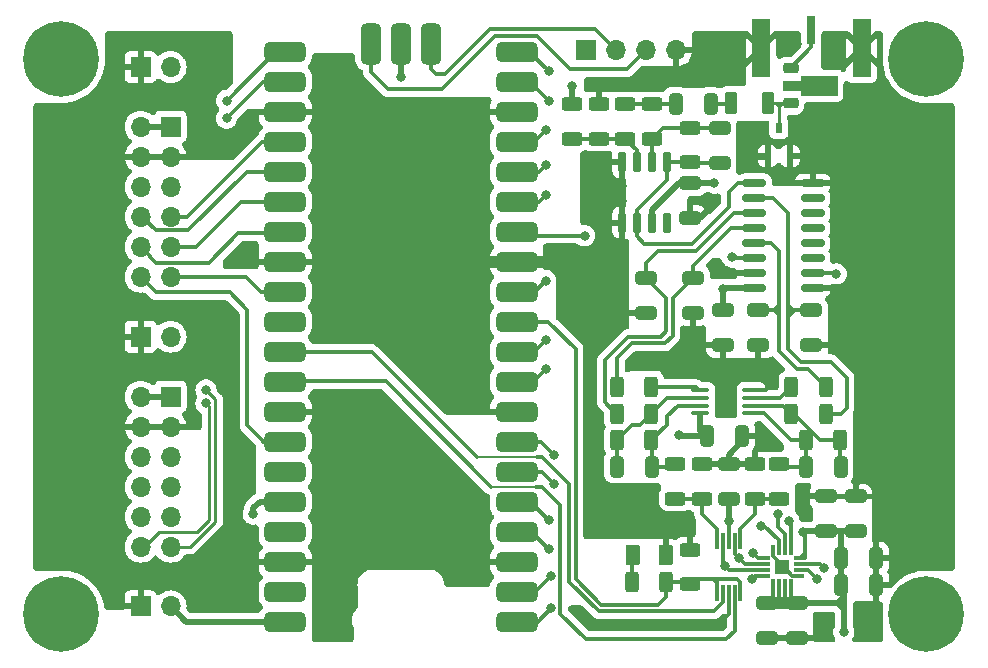
<source format=gbr>
%TF.GenerationSoftware,KiCad,Pcbnew,8.0.0*%
%TF.CreationDate,2024-02-29T15:38:19+07:00*%
%TF.ProjectId,PicoRX-ADC,5069636f-5258-42d4-9144-432e6b696361,rev?*%
%TF.SameCoordinates,PX79d4f70PY6146580*%
%TF.FileFunction,Copper,L1,Top*%
%TF.FilePolarity,Positive*%
%FSLAX46Y46*%
G04 Gerber Fmt 4.6, Leading zero omitted, Abs format (unit mm)*
G04 Created by KiCad (PCBNEW 8.0.0) date 2024-02-29 15:38:19*
%MOMM*%
%LPD*%
G01*
G04 APERTURE LIST*
G04 Aperture macros list*
%AMRoundRect*
0 Rectangle with rounded corners*
0 $1 Rounding radius*
0 $2 $3 $4 $5 $6 $7 $8 $9 X,Y pos of 4 corners*
0 Add a 4 corners polygon primitive as box body*
4,1,4,$2,$3,$4,$5,$6,$7,$8,$9,$2,$3,0*
0 Add four circle primitives for the rounded corners*
1,1,$1+$1,$2,$3*
1,1,$1+$1,$4,$5*
1,1,$1+$1,$6,$7*
1,1,$1+$1,$8,$9*
0 Add four rect primitives between the rounded corners*
20,1,$1+$1,$2,$3,$4,$5,0*
20,1,$1+$1,$4,$5,$6,$7,0*
20,1,$1+$1,$6,$7,$8,$9,0*
20,1,$1+$1,$8,$9,$2,$3,0*%
%AMFreePoly0*
4,1,9,3.862500,-0.866500,0.737500,-0.866500,0.737500,-0.450000,-0.737500,-0.450000,-0.737500,0.450000,0.737500,0.450000,0.737500,0.866500,3.862500,0.866500,3.862500,-0.866500,3.862500,-0.866500,$1*%
G04 Aperture macros list end*
%TA.AperFunction,SMDPad,CuDef*%
%ADD10RoundRect,0.250000X-0.625000X0.312500X-0.625000X-0.312500X0.625000X-0.312500X0.625000X0.312500X0*%
%TD*%
%TA.AperFunction,SMDPad,CuDef*%
%ADD11RoundRect,0.250000X-0.312500X-0.625000X0.312500X-0.625000X0.312500X0.625000X-0.312500X0.625000X0*%
%TD*%
%TA.AperFunction,SMDPad,CuDef*%
%ADD12RoundRect,0.250000X-0.325000X-0.650000X0.325000X-0.650000X0.325000X0.650000X-0.325000X0.650000X0*%
%TD*%
%TA.AperFunction,ComponentPad*%
%ADD13C,0.800000*%
%TD*%
%TA.AperFunction,ComponentPad*%
%ADD14C,6.400000*%
%TD*%
%TA.AperFunction,SMDPad,CuDef*%
%ADD15RoundRect,0.425000X1.325000X0.425000X-1.325000X0.425000X-1.325000X-0.425000X1.325000X-0.425000X0*%
%TD*%
%TA.AperFunction,SMDPad,CuDef*%
%ADD16RoundRect,0.425000X-0.425000X1.325000X-0.425000X-1.325000X0.425000X-1.325000X0.425000X1.325000X0*%
%TD*%
%TA.AperFunction,SMDPad,CuDef*%
%ADD17RoundRect,0.250000X0.625000X-0.312500X0.625000X0.312500X-0.625000X0.312500X-0.625000X-0.312500X0*%
%TD*%
%TA.AperFunction,SMDPad,CuDef*%
%ADD18RoundRect,0.250000X0.312500X0.625000X-0.312500X0.625000X-0.312500X-0.625000X0.312500X-0.625000X0*%
%TD*%
%TA.AperFunction,SMDPad,CuDef*%
%ADD19R,0.300000X0.850000*%
%TD*%
%TA.AperFunction,SMDPad,CuDef*%
%ADD20R,0.850000X0.300000*%
%TD*%
%TA.AperFunction,SMDPad,CuDef*%
%ADD21R,1.250000X1.250000*%
%TD*%
%TA.AperFunction,ComponentPad*%
%ADD22R,1.700000X1.700000*%
%TD*%
%TA.AperFunction,ComponentPad*%
%ADD23O,1.700000X1.700000*%
%TD*%
%TA.AperFunction,SMDPad,CuDef*%
%ADD24RoundRect,0.250000X0.650000X-0.325000X0.650000X0.325000X-0.650000X0.325000X-0.650000X-0.325000X0*%
%TD*%
%TA.AperFunction,SMDPad,CuDef*%
%ADD25R,0.600000X0.850000*%
%TD*%
%TA.AperFunction,SMDPad,CuDef*%
%ADD26RoundRect,0.250000X0.375000X0.625000X-0.375000X0.625000X-0.375000X-0.625000X0.375000X-0.625000X0*%
%TD*%
%TA.AperFunction,SMDPad,CuDef*%
%ADD27RoundRect,0.250000X-0.650000X0.325000X-0.650000X-0.325000X0.650000X-0.325000X0.650000X0.325000X0*%
%TD*%
%TA.AperFunction,SMDPad,CuDef*%
%ADD28RoundRect,0.150000X-0.150000X0.725000X-0.150000X-0.725000X0.150000X-0.725000X0.150000X0.725000X0*%
%TD*%
%TA.AperFunction,SMDPad,CuDef*%
%ADD29RoundRect,0.150000X0.825000X0.150000X-0.825000X0.150000X-0.825000X-0.150000X0.825000X-0.150000X0*%
%TD*%
%TA.AperFunction,SMDPad,CuDef*%
%ADD30RoundRect,0.225000X-0.425000X-0.225000X0.425000X-0.225000X0.425000X0.225000X-0.425000X0.225000X0*%
%TD*%
%TA.AperFunction,SMDPad,CuDef*%
%ADD31FreePoly0,0.000000*%
%TD*%
%TA.AperFunction,SMDPad,CuDef*%
%ADD32R,0.300000X1.400000*%
%TD*%
%TA.AperFunction,SMDPad,CuDef*%
%ADD33RoundRect,0.250000X0.325000X0.650000X-0.325000X0.650000X-0.325000X-0.650000X0.325000X-0.650000X0*%
%TD*%
%TA.AperFunction,SMDPad,CuDef*%
%ADD34RoundRect,0.100000X0.625000X0.100000X-0.625000X0.100000X-0.625000X-0.100000X0.625000X-0.100000X0*%
%TD*%
%TA.AperFunction,HeatsinkPad*%
%ADD35R,1.680000X1.880000*%
%TD*%
%TA.AperFunction,SMDPad,CuDef*%
%ADD36R,0.700000X2.350000*%
%TD*%
%TA.AperFunction,SMDPad,CuDef*%
%ADD37R,1.600000X4.900000*%
%TD*%
%TA.AperFunction,SMDPad,CuDef*%
%ADD38RoundRect,0.250000X0.275000X0.700000X-0.275000X0.700000X-0.275000X-0.700000X0.275000X-0.700000X0*%
%TD*%
%TA.AperFunction,ViaPad*%
%ADD39C,0.800000*%
%TD*%
%TA.AperFunction,Conductor*%
%ADD40C,0.300000*%
%TD*%
%TA.AperFunction,Conductor*%
%ADD41C,0.500000*%
%TD*%
%TA.AperFunction,Conductor*%
%ADD42C,1.000000*%
%TD*%
%TA.AperFunction,Conductor*%
%ADD43C,0.250000*%
%TD*%
%TA.AperFunction,Conductor*%
%ADD44C,0.200000*%
%TD*%
G04 APERTURE END LIST*
D10*
%TO.P,R11,1*%
%TO.N,Net-(U6--)*%
X56750000Y44712500D03*
%TO.P,R11,2*%
%TO.N,RF_PREAMP*%
X56750000Y41787500D03*
%TD*%
D11*
%TO.P,R18,1*%
%TO.N,Net-(U4A--)*%
X65287500Y20500000D03*
%TO.P,R18,2*%
%TO.N,Net-(U5-2B1)*%
X68212500Y20500000D03*
%TD*%
D12*
%TO.P,C25,1*%
%TO.N,+5V*%
X58195000Y18630000D03*
%TO.P,C25,2*%
%TO.N,GND*%
X61145000Y18630000D03*
%TD*%
D10*
%TO.P,R26,1*%
%TO.N,+3.3V*%
X46750000Y46687500D03*
%TO.P,R26,2*%
%TO.N,Net-(U6-+)*%
X46750000Y43762500D03*
%TD*%
D13*
%TO.P,REF\u002A\u002A,1*%
%TO.N,N/C*%
X1100000Y3500000D03*
X1802944Y5197056D03*
X1802944Y1802944D03*
X3500000Y5900000D03*
D14*
X3500000Y3500000D03*
D13*
X3500000Y1100000D03*
X5197056Y5197056D03*
X5197056Y1802944D03*
X5900000Y3500000D03*
%TD*%
D11*
%TO.P,R19,1*%
%TO.N,Net-(U4A-+)*%
X65287500Y22750000D03*
%TO.P,R19,2*%
%TO.N,Net-(U5-2B4)*%
X68212500Y22750000D03*
%TD*%
D15*
%TO.P,U1,1,GPIO0*%
%TO.N,LO_Q*%
X42040000Y2870000D03*
%TO.P,U1,2,GPIO1*%
%TO.N,LO_I*%
X42040000Y5410000D03*
%TO.P,U1,3,GND*%
%TO.N,GND*%
X42040000Y7950000D03*
%TO.P,U1,4,GPIO2*%
%TO.N,GPIO2*%
X42040000Y10490000D03*
%TO.P,U1,5,GPIO3*%
%TO.N,GPIO3*%
X42040000Y13030000D03*
%TO.P,U1,6,GPIO4*%
%TO.N,GPIO4*%
X42040000Y15570000D03*
%TO.P,U1,7,GPIO5*%
%TO.N,GPIO5*%
X42040000Y18110000D03*
%TO.P,U1,8,GND*%
%TO.N,GND*%
X42040000Y20650000D03*
%TO.P,U1,9,GPIO6*%
%TO.N,GPIO6*%
X42040000Y23190000D03*
%TO.P,U1,10,GPIO7*%
%TO.N,GPIO7*%
X42040000Y25730000D03*
%TO.P,U1,11,GPIO8*%
%TO.N,IN_CH*%
X42040000Y28270000D03*
%TO.P,U1,12,GPIO9*%
%TO.N,CHSEL*%
X42040000Y30810000D03*
%TO.P,U1,13,GND*%
%TO.N,GND*%
X42040000Y33350000D03*
%TO.P,U1,14,GPIO10*%
%TO.N,SDATA_B*%
X42040000Y35890000D03*
%TO.P,U1,15,GPIO11*%
%TO.N,GPIO11*%
X42040000Y38430000D03*
%TO.P,U1,16,GPIO12*%
%TO.N,GPIO12*%
X42040000Y40970000D03*
%TO.P,U1,17,GPIO13*%
%TO.N,~{CS}*%
X42040000Y43510000D03*
%TO.P,U1,18,GND*%
%TO.N,GND*%
X42040000Y46050000D03*
%TO.P,U1,19,GPIO14*%
%TO.N,SCLK*%
X42040000Y48590000D03*
%TO.P,U1,20,GPIO15*%
%TO.N,SDATA_A*%
X42040000Y51130000D03*
%TO.P,U1,21,GPIO16*%
%TO.N,GPIO16*%
X22460000Y51130000D03*
%TO.P,U1,22,GPIO17*%
%TO.N,GPIO17*%
X22460000Y48590000D03*
%TO.P,U1,23,GND*%
%TO.N,GND*%
X22460000Y46050000D03*
%TO.P,U1,24,GPIO18*%
%TO.N,GPIO18*%
X22460000Y43510000D03*
%TO.P,U1,25,GPIO19*%
%TO.N,GPIO19*%
X22460000Y40970000D03*
%TO.P,U1,26,GPIO20*%
%TO.N,GPIO20*%
X22460000Y38430000D03*
%TO.P,U1,27,GPIO21*%
%TO.N,GPIO21*%
X22460000Y35890000D03*
%TO.P,U1,28,GND*%
%TO.N,GND*%
X22460000Y33350000D03*
%TO.P,U1,29,GPIO22*%
%TO.N,GPIO22*%
X22460000Y30810000D03*
%TO.P,U1,30,RUN*%
%TO.N,unconnected-(U1-RUN-Pad30)*%
X22460000Y28270000D03*
%TO.P,U1,31,GPIO26_ADC0*%
%TO.N,PICO_RX_I*%
X22460000Y25730000D03*
%TO.P,U1,32,GPIO27_ADC1*%
%TO.N,PICO_RX_Q*%
X22460000Y23190000D03*
%TO.P,U1,33,AGND*%
%TO.N,GND*%
X22460000Y20650000D03*
%TO.P,U1,34,GPIO28_ADC2*%
%TO.N,GPIO28*%
X22460000Y18110000D03*
%TO.P,U1,35,ADC_VREF*%
%TO.N,unconnected-(U1-ADC_VREF-Pad35)*%
X22460000Y15570000D03*
%TO.P,U1,36,3V3*%
%TO.N,+3.3V*%
X22460000Y13030000D03*
%TO.P,U1,37,3V3_EN*%
%TO.N,unconnected-(U1-3V3_EN-Pad37)*%
X22460000Y10490000D03*
%TO.P,U1,38,GND*%
%TO.N,GND*%
X22460000Y7950000D03*
%TO.P,U1,39,VSYS*%
%TO.N,unconnected-(U1-VSYS-Pad39)*%
X22460000Y5410000D03*
%TO.P,U1,40,VBUS*%
%TO.N,+5V*%
X22460000Y2870000D03*
D16*
%TO.P,U1,41,SWCLK*%
%TO.N,SWCLK*%
X34790000Y51800000D03*
%TO.P,U1,42,GND*%
%TO.N,GND*%
X32250000Y51800000D03*
%TO.P,U1,43,SWDIO*%
%TO.N,SWDIO*%
X29710000Y51800000D03*
%TD*%
D17*
%TO.P,R12,1*%
%TO.N,Net-(U6-+)*%
X51250000Y43762500D03*
%TO.P,R12,2*%
%TO.N,Net-(C44-Pad1)*%
X51250000Y46687500D03*
%TD*%
D18*
%TO.P,R7,1*%
%TO.N,Net-(U4B--)*%
X53462500Y20500000D03*
%TO.P,R7,2*%
%TO.N,Net-(U5-2B2)*%
X50537500Y20500000D03*
%TD*%
D19*
%TO.P,IC1,1,DOUTA*%
%TO.N,SDATA_A*%
X65250000Y8950000D03*
%TO.P,IC1,2,DOUTB*%
%TO.N,SDATA_B*%
X64750000Y8950000D03*
%TO.P,IC1,3,SCLK*%
%TO.N,SCLK*%
X64250000Y8950000D03*
%TO.P,IC1,4,GND_1*%
%TO.N,GND*%
X63750000Y8950000D03*
D20*
%TO.P,IC1,5,AIN1A*%
%TO.N,ADC_RX_I*%
X63050000Y8250000D03*
%TO.P,IC1,6,AIN1B*%
%TO.N,ADC_RX_Q*%
X63050000Y7750000D03*
%TO.P,IC1,7,AIN2A*%
%TO.N,ADC_RX_I*%
X63050000Y7250000D03*
%TO.P,IC1,8,AIN2B*%
%TO.N,ADC_RX_Q*%
X63050000Y6750000D03*
D19*
%TO.P,IC1,9,REFA*%
%TO.N,+3.3V*%
X63750000Y6050000D03*
%TO.P,IC1,10,REFB*%
X64250000Y6050000D03*
%TO.P,IC1,11,VDD_1*%
X64750000Y6050000D03*
%TO.P,IC1,12,VDD_2*%
X65250000Y6050000D03*
D20*
%TO.P,IC1,13,GND_2*%
%TO.N,GND*%
X65950000Y6750000D03*
%TO.P,IC1,14,~{CS}*%
%TO.N,~{CS}*%
X65950000Y7250000D03*
%TO.P,IC1,15,CHSEL*%
%TO.N,CHSEL*%
X65950000Y7750000D03*
%TO.P,IC1,16,OVDD*%
%TO.N,+3.3V*%
X65950000Y8250000D03*
D21*
%TO.P,IC1,17,EP*%
%TO.N,GND*%
X64500000Y7500000D03*
%TD*%
D10*
%TO.P,R9,1*%
%TO.N,Net-(C19-Pad2)*%
X55500000Y16212500D03*
%TO.P,R9,2*%
%TO.N,RX_I*%
X55500000Y13287500D03*
%TD*%
D22*
%TO.P,J4,1,Pin_1*%
%TO.N,GND*%
X10210000Y49830000D03*
D23*
%TO.P,J4,2,Pin_2*%
%TO.N,+5V*%
X12750000Y49830000D03*
%TD*%
D24*
%TO.P,C7,1*%
%TO.N,GND*%
X65750000Y1525000D03*
%TO.P,C7,2*%
%TO.N,+3.3V*%
X65750000Y4475000D03*
%TD*%
D18*
%TO.P,R8,1*%
%TO.N,Net-(U4B-+)*%
X53462500Y22750000D03*
%TO.P,R8,2*%
%TO.N,Net-(U5-2B3)*%
X50537500Y22750000D03*
%TD*%
D25*
%TO.P,D1,1*%
%TO.N,GND*%
X63300000Y42300000D03*
%TO.P,D1,2*%
X65200000Y42300000D03*
%TO.P,D1,3*%
%TO.N,Net-(U8-B)*%
X64250000Y44700000D03*
%TD*%
D26*
%TO.P,D2,1,K*%
%TO.N,GND*%
X54710000Y8500000D03*
%TO.P,D2,2,A*%
%TO.N,Net-(D2-A)*%
X51910000Y8500000D03*
%TD*%
D27*
%TO.P,C4,1*%
%TO.N,GND*%
X68250000Y13475000D03*
%TO.P,C4,2*%
%TO.N,+3.3V*%
X68250000Y10525000D03*
%TD*%
D22*
%TO.P,J3,1,Pin_1*%
%TO.N,+3.3V*%
X12750000Y21920000D03*
D23*
%TO.P,J3,2,Pin_2*%
X10210000Y21920000D03*
%TO.P,J3,3,Pin_3*%
%TO.N,GND*%
X12750000Y19380000D03*
%TO.P,J3,4,Pin_4*%
X10210000Y19380000D03*
%TO.P,J3,5,Pin_5*%
%TO.N,GPIO2*%
X12750000Y16840000D03*
%TO.P,J3,6,Pin_6*%
%TO.N,GPIO3*%
X10210000Y16840000D03*
%TO.P,J3,7,Pin_7*%
%TO.N,GPIO4*%
X12750000Y14300000D03*
%TO.P,J3,8,Pin_8*%
%TO.N,GPIO5*%
X10210000Y14300000D03*
%TO.P,J3,9,Pin_9*%
%TO.N,GPIO6*%
X12750000Y11760000D03*
%TO.P,J3,10,Pin_10*%
%TO.N,GPIO7*%
X10210000Y11760000D03*
%TO.P,J3,11,Pin_11*%
%TO.N,GPIO16*%
X12750000Y9220000D03*
%TO.P,J3,12,Pin_12*%
%TO.N,GPIO17*%
X10210000Y9220000D03*
%TD*%
D13*
%TO.P,REF\u002A\u002A,1*%
%TO.N,N/C*%
X74350000Y50500000D03*
X75052944Y52197056D03*
X75052944Y48802944D03*
X76750000Y52900000D03*
D14*
X76750000Y50500000D03*
D13*
X76750000Y48100000D03*
X78447056Y52197056D03*
X78447056Y48802944D03*
X79150000Y50500000D03*
%TD*%
D24*
%TO.P,C20,1*%
%TO.N,GND*%
X53000000Y29025000D03*
%TO.P,C20,2*%
%TO.N,Net-(U5-2B2)*%
X53000000Y31975000D03*
%TD*%
D27*
%TO.P,C6,1*%
%TO.N,GND*%
X60000000Y16225000D03*
%TO.P,C6,2*%
%TO.N,+3.3V*%
X60000000Y13275000D03*
%TD*%
D24*
%TO.P,C1,1*%
%TO.N,GND*%
X63250000Y1525000D03*
%TO.P,C1,2*%
%TO.N,+3.3V*%
X63250000Y4475000D03*
%TD*%
D28*
%TO.P,U6,1,FB*%
%TO.N,RF_PREAMP*%
X54775000Y41800000D03*
%TO.P,U6,2,-*%
%TO.N,Net-(U6--)*%
X53505000Y41800000D03*
%TO.P,U6,3,+*%
%TO.N,Net-(U6-+)*%
X52235000Y41800000D03*
%TO.P,U6,4,V-*%
%TO.N,GND*%
X50965000Y41800000D03*
%TO.P,U6,5,V-*%
X50965000Y36650000D03*
%TO.P,U6,6*%
%TO.N,RF_PREAMP*%
X52235000Y36650000D03*
%TO.P,U6,7,V+*%
%TO.N,+5V*%
X53505000Y36650000D03*
%TO.P,U6,8,~{SHDN}*%
%TO.N,unconnected-(U6-~{SHDN}-Pad8)*%
X54775000Y36650000D03*
%TD*%
D11*
%TO.P,R6,1*%
%TO.N,Net-(U4B--)*%
X50537500Y18250000D03*
%TO.P,R6,2*%
%TO.N,Net-(C19-Pad2)*%
X53462500Y18250000D03*
%TD*%
D29*
%TO.P,U5,1,1~{OE}*%
%TO.N,GND*%
X67117500Y31130000D03*
%TO.P,U5,2,S1*%
%TO.N,LO_Q*%
X67117500Y32400000D03*
%TO.P,U5,3,1B4*%
%TO.N,unconnected-(U5-1B4-Pad3)*%
X67117500Y33670000D03*
%TO.P,U5,4,1B3*%
%TO.N,unconnected-(U5-1B3-Pad4)*%
X67117500Y34940000D03*
%TO.P,U5,5,1B2*%
%TO.N,unconnected-(U5-1B2-Pad5)*%
X67117500Y36210000D03*
%TO.P,U5,6,1B1*%
%TO.N,unconnected-(U5-1B1-Pad6)*%
X67117500Y37480000D03*
%TO.P,U5,7,1A*%
%TO.N,unconnected-(U5-1A-Pad7)*%
X67117500Y38750000D03*
%TO.P,U5,8,GND*%
%TO.N,GND*%
X67117500Y40020000D03*
%TO.P,U5,9,2A*%
%TO.N,RF_PREAMP*%
X62167500Y40020000D03*
%TO.P,U5,10,2B1*%
%TO.N,Net-(U5-2B1)*%
X62167500Y38750000D03*
%TO.P,U5,11,2B2*%
%TO.N,Net-(U5-2B2)*%
X62167500Y37480000D03*
%TO.P,U5,12,2B3*%
%TO.N,Net-(U5-2B3)*%
X62167500Y36210000D03*
%TO.P,U5,13,2B4*%
%TO.N,Net-(U5-2B4)*%
X62167500Y34940000D03*
%TO.P,U5,14,S0*%
%TO.N,LO_I*%
X62167500Y33670000D03*
%TO.P,U5,15,2~{OE}*%
%TO.N,GND*%
X62167500Y32400000D03*
%TO.P,U5,16,VCC*%
%TO.N,+5V*%
X62167500Y31130000D03*
%TD*%
D22*
%TO.P,J1,1,Pin_1*%
%TO.N,+5V*%
X47960000Y51250000D03*
D23*
%TO.P,J1,2,Pin_2*%
%TO.N,SWCLK*%
X50500000Y51250000D03*
%TO.P,J1,3,Pin_3*%
%TO.N,SWDIO*%
X53040000Y51250000D03*
%TO.P,J1,4,Pin_4*%
%TO.N,GND*%
X55580000Y51250000D03*
%TD*%
D30*
%TO.P,U8,1,A*%
%TO.N,Net-(U8-A)*%
X65250000Y49750000D03*
D31*
%TO.P,U8,2,COM*%
%TO.N,unconnected-(U8-COM-Pad2)*%
X65337500Y48250000D03*
D30*
%TO.P,U8,3,B*%
%TO.N,Net-(U8-B)*%
X65250000Y46750000D03*
%TD*%
D24*
%TO.P,C21,1*%
%TO.N,GND*%
X57000000Y29025000D03*
%TO.P,C21,2*%
%TO.N,Net-(U5-2B3)*%
X57000000Y31975000D03*
%TD*%
D27*
%TO.P,C3,1*%
%TO.N,GND*%
X70750000Y13475000D03*
%TO.P,C3,2*%
%TO.N,+3.3V*%
X70750000Y10525000D03*
%TD*%
D10*
%TO.P,R2,1*%
%TO.N,GND*%
X56750000Y8962500D03*
%TO.P,R2,2*%
%TO.N,IN_CH*%
X56750000Y6037500D03*
%TD*%
D27*
%TO.P,C5,1*%
%TO.N,Net-(U6--)*%
X59250000Y44700000D03*
%TO.P,C5,2*%
%TO.N,RF_PREAMP*%
X59250000Y41750000D03*
%TD*%
D32*
%TO.P,IC2,1,IN1*%
%TO.N,IN_CH*%
X59000000Y5300000D03*
%TO.P,IC2,2,NO1*%
%TO.N,PICO_RX_I*%
X59500000Y5300000D03*
%TO.P,IC2,3,GND*%
%TO.N,GND*%
X60000000Y5300000D03*
%TO.P,IC2,4,NO2*%
%TO.N,PICO_RX_Q*%
X60500000Y5300000D03*
%TO.P,IC2,5,IN2*%
%TO.N,IN_CH*%
X61000000Y5300000D03*
%TO.P,IC2,6,COM2*%
%TO.N,RX_Q*%
X61000000Y9700000D03*
%TO.P,IC2,7,NC2*%
%TO.N,ADC_RX_Q*%
X60500000Y9700000D03*
%TO.P,IC2,8,VCC*%
%TO.N,+3.3V*%
X60000000Y9700000D03*
%TO.P,IC2,9,NC1*%
%TO.N,ADC_RX_I*%
X59500000Y9700000D03*
%TO.P,IC2,10,COM1*%
%TO.N,RX_I*%
X59000000Y9700000D03*
%TD*%
D24*
%TO.P,C31,1*%
%TO.N,GND*%
X67000000Y26275000D03*
%TO.P,C31,2*%
%TO.N,Net-(U5-2B1)*%
X67000000Y29225000D03*
%TD*%
D12*
%TO.P,C19,1*%
%TO.N,Net-(U4B--)*%
X50525000Y16000000D03*
%TO.P,C19,2*%
%TO.N,Net-(C19-Pad2)*%
X53475000Y16000000D03*
%TD*%
D33*
%TO.P,C8,1*%
%TO.N,GND*%
X72475000Y8250000D03*
%TO.P,C8,2*%
%TO.N,+3.3V*%
X69525000Y8250000D03*
%TD*%
D13*
%TO.P,REF\u002A\u002A,1*%
%TO.N,N/C*%
X1100000Y50500000D03*
X1802944Y52197056D03*
X1802944Y48802944D03*
X3500000Y52900000D03*
D14*
X3500000Y50500000D03*
D13*
X3500000Y48100000D03*
X5197056Y52197056D03*
X5197056Y48802944D03*
X5900000Y50500000D03*
%TD*%
%TO.P,REF\u002A\u002A,1*%
%TO.N,N/C*%
X74350000Y3500000D03*
X75052944Y5197056D03*
X75052944Y1802944D03*
X76750000Y5900000D03*
D14*
X76750000Y3500000D03*
D13*
X76750000Y1100000D03*
X78447056Y5197056D03*
X78447056Y1802944D03*
X79150000Y3500000D03*
%TD*%
D17*
%TO.P,R27,1*%
%TO.N,Net-(U6-+)*%
X49000000Y43762500D03*
%TO.P,R27,2*%
%TO.N,GND*%
X49000000Y46687500D03*
%TD*%
D11*
%TO.P,R4,1*%
%TO.N,Net-(D2-A)*%
X51787500Y6250000D03*
%TO.P,R4,2*%
%TO.N,IN_CH*%
X54712500Y6250000D03*
%TD*%
D27*
%TO.P,C42,1*%
%TO.N,+5V*%
X56750000Y39987500D03*
%TO.P,C42,2*%
%TO.N,GND*%
X56750000Y37037500D03*
%TD*%
%TO.P,C24,1*%
%TO.N,+5V*%
X59500000Y29225000D03*
%TO.P,C24,2*%
%TO.N,GND*%
X59500000Y26275000D03*
%TD*%
D10*
%TO.P,R10,1*%
%TO.N,GND*%
X57750000Y16212500D03*
%TO.P,R10,2*%
%TO.N,RX_I*%
X57750000Y13287500D03*
%TD*%
D22*
%TO.P,J5,1,Pin_1*%
%TO.N,+3.3V*%
X12750000Y44780000D03*
D23*
%TO.P,J5,2,Pin_2*%
X10210000Y44780000D03*
%TO.P,J5,3,Pin_3*%
%TO.N,GND*%
X12750000Y42240000D03*
%TO.P,J5,4,Pin_4*%
X10210000Y42240000D03*
%TO.P,J5,5,Pin_5*%
%TO.N,GPIO11*%
X12750000Y39700000D03*
%TO.P,J5,6,Pin_6*%
%TO.N,GPIO12*%
X10210000Y39700000D03*
%TO.P,J5,7,Pin_7*%
%TO.N,GPIO18*%
X12750000Y37160000D03*
%TO.P,J5,8,Pin_8*%
%TO.N,GPIO19*%
X10210000Y37160000D03*
%TO.P,J5,9,Pin_9*%
%TO.N,GPIO20*%
X12750000Y34620000D03*
%TO.P,J5,10,Pin_10*%
%TO.N,GPIO21*%
X10210000Y34620000D03*
%TO.P,J5,11,Pin_11*%
%TO.N,GPIO22*%
X12750000Y32080000D03*
%TO.P,J5,12,Pin_12*%
%TO.N,GPIO28*%
X10210000Y32080000D03*
%TD*%
D10*
%TO.P,R13,1*%
%TO.N,Net-(C23-Pad2)*%
X64250000Y16212500D03*
%TO.P,R13,2*%
%TO.N,RX_Q*%
X64250000Y13287500D03*
%TD*%
D18*
%TO.P,R14,1*%
%TO.N,Net-(U4A--)*%
X69462500Y18250000D03*
%TO.P,R14,2*%
%TO.N,Net-(C23-Pad2)*%
X66537500Y18250000D03*
%TD*%
D34*
%TO.P,U4,1*%
%TO.N,Net-(C23-Pad2)*%
X61900000Y20525000D03*
%TO.P,U4,2,-*%
%TO.N,Net-(U4A--)*%
X61900000Y21175000D03*
%TO.P,U4,3,+*%
%TO.N,Net-(U4A-+)*%
X61900000Y21825000D03*
%TO.P,U4,4,V-*%
%TO.N,GND*%
X61900000Y22475000D03*
%TO.P,U4,5,+*%
%TO.N,Net-(U4B-+)*%
X57600000Y22475000D03*
%TO.P,U4,6,-*%
%TO.N,Net-(U4B--)*%
X57600000Y21825000D03*
%TO.P,U4,7*%
%TO.N,Net-(C19-Pad2)*%
X57600000Y21175000D03*
%TO.P,U4,8,V+*%
%TO.N,+5V*%
X57600000Y20525000D03*
D35*
%TO.P,U4,9*%
%TO.N,GND*%
X59750000Y21500000D03*
%TD*%
D36*
%TO.P,J7,1,1*%
%TO.N,Net-(U8-A)*%
X67000000Y53000000D03*
D37*
%TO.P,J7,2,2*%
%TO.N,GND*%
X71250000Y51425000D03*
X62750000Y51425000D03*
%TD*%
D10*
%TO.P,R15,1*%
%TO.N,GND*%
X62250000Y16212500D03*
%TO.P,R15,2*%
%TO.N,RX_Q*%
X62250000Y13287500D03*
%TD*%
D22*
%TO.P,J6,1,Pin_1*%
%TO.N,GND*%
X10210000Y4170000D03*
D23*
%TO.P,J6,2,Pin_2*%
%TO.N,+5V*%
X12750000Y4170000D03*
%TD*%
D38*
%TO.P,FB1,1*%
%TO.N,Net-(U8-B)*%
X63325000Y46750000D03*
%TO.P,FB1,2*%
%TO.N,Net-(C44-Pad2)*%
X60175000Y46750000D03*
%TD*%
D33*
%TO.P,C23,1*%
%TO.N,Net-(U4A--)*%
X69475000Y16000000D03*
%TO.P,C23,2*%
%TO.N,Net-(C23-Pad2)*%
X66525000Y16000000D03*
%TD*%
D12*
%TO.P,C44,1*%
%TO.N,Net-(C44-Pad1)*%
X55525000Y46725000D03*
%TO.P,C44,2*%
%TO.N,Net-(C44-Pad2)*%
X58475000Y46725000D03*
%TD*%
D22*
%TO.P,J2,1,Pin_1*%
%TO.N,GND*%
X10210000Y27000000D03*
D23*
%TO.P,J2,2,Pin_2*%
%TO.N,+5V*%
X12750000Y27000000D03*
%TD*%
D33*
%TO.P,C2,1*%
%TO.N,GND*%
X72475000Y6000000D03*
%TO.P,C2,2*%
%TO.N,+3.3V*%
X69525000Y6000000D03*
%TD*%
D10*
%TO.P,R1,1*%
%TO.N,Net-(C44-Pad1)*%
X53500000Y46687500D03*
%TO.P,R1,2*%
%TO.N,Net-(U6--)*%
X53500000Y43762500D03*
%TD*%
D24*
%TO.P,C32,1*%
%TO.N,GND*%
X62500000Y26275000D03*
%TO.P,C32,2*%
%TO.N,Net-(U5-2B4)*%
X62500000Y29225000D03*
%TD*%
D39*
%TO.N,+3.3V*%
X60000000Y11400000D03*
X66300000Y10450000D03*
X69750000Y2000000D03*
X19750000Y12000000D03*
X46750000Y48250000D03*
%TO.N,+5V*%
X59500000Y31000000D03*
X58750000Y40000000D03*
X55800000Y18700000D03*
%TO.N,ADC_RX_I*%
X59650000Y7600000D03*
X62050000Y8650000D03*
%TO.N,SCLK*%
X44750000Y47000000D03*
X62750000Y11000000D03*
%TO.N,ADC_RX_Q*%
X60875000Y8225000D03*
X61950000Y6500000D03*
%TO.N,~{CS}*%
X44500000Y44500000D03*
X67500000Y6500000D03*
%TO.N,CHSEL*%
X68050000Y7450000D03*
X44500000Y31750000D03*
%TO.N,SDATA_B*%
X47800000Y35550000D03*
X64150000Y12000000D03*
%TO.N,SDATA_A*%
X65100000Y11400000D03*
X44750000Y49500000D03*
%TO.N,GND*%
X50800000Y27950000D03*
X78500000Y28470000D03*
X64200000Y17800000D03*
X65750000Y51750000D03*
X58750000Y33250000D03*
X78500000Y31010000D03*
X50965000Y39750000D03*
X1750000Y20850000D03*
X1750000Y43710000D03*
X17600000Y33200000D03*
X69250000Y40000000D03*
X25250000Y10250000D03*
X1750000Y28470000D03*
X68750000Y45250000D03*
X71250000Y15000000D03*
X25250000Y22000000D03*
X36250000Y21250000D03*
X25250000Y17250000D03*
X18750000Y44500000D03*
X48250000Y48250000D03*
X78500000Y38630000D03*
X35000000Y12250000D03*
X39250000Y36500000D03*
X78500000Y20850000D03*
X32750000Y24500000D03*
X72750000Y10250000D03*
X39250000Y46750000D03*
X66500000Y43500000D03*
X58500000Y2500000D03*
X1750000Y15770000D03*
X39250000Y21250000D03*
X39250000Y8250000D03*
X39250000Y23750000D03*
X78500000Y18310000D03*
X78500000Y8150000D03*
X25250000Y40000000D03*
X47250000Y3750000D03*
X54500000Y24750000D03*
X78500000Y25930000D03*
X17750000Y43750000D03*
X56000000Y48750000D03*
X78500000Y33550000D03*
X64500000Y51250000D03*
X57000000Y24750000D03*
X71000000Y27000000D03*
X60750000Y48750000D03*
X48250000Y39750000D03*
X35000000Y10250000D03*
X66650000Y11800000D03*
X60750000Y50500000D03*
X32000000Y36500000D03*
X58500000Y48750000D03*
X32000000Y30250000D03*
X39250000Y6250000D03*
X62500000Y24500000D03*
X1750000Y41170000D03*
X39250000Y27000000D03*
X78500000Y41170000D03*
X66500000Y41500000D03*
X27750000Y50500000D03*
X15500000Y4250000D03*
X56250000Y2500000D03*
X61250000Y41500000D03*
X78500000Y23390000D03*
X1750000Y38630000D03*
X62650000Y17800000D03*
X30000000Y12250000D03*
X62650000Y19300000D03*
X39250000Y30250000D03*
X68250000Y50250000D03*
X25250000Y50500000D03*
X78500000Y36090000D03*
X1750000Y31010000D03*
X39250000Y10250000D03*
X17000000Y42500000D03*
X51000000Y31500000D03*
X78500000Y15770000D03*
X78500000Y43710000D03*
X18750000Y34250000D03*
X69000000Y30500000D03*
X64000000Y24500000D03*
X53250000Y24750000D03*
X58500000Y38000000D03*
X57000000Y27250000D03*
X30250000Y22000000D03*
X1750000Y23390000D03*
X25250000Y12250000D03*
X25250000Y33400000D03*
X1750000Y8150000D03*
X1750000Y10690000D03*
X78500000Y46250000D03*
X39250000Y12250000D03*
X1750000Y13230000D03*
X48250000Y37000000D03*
X51000000Y38500000D03*
X32000000Y33500000D03*
X32000000Y46750000D03*
X25250000Y2250000D03*
X66250000Y14000000D03*
X25250000Y30250000D03*
X17600000Y49650000D03*
X66500000Y45250000D03*
X30000000Y10250000D03*
X66250000Y12750000D03*
X1750000Y18310000D03*
X1750000Y33550000D03*
X71250000Y17750000D03*
X59500000Y24500000D03*
X1750000Y46250000D03*
X32000000Y40000000D03*
X25250000Y43750000D03*
X15500000Y6250000D03*
X71250000Y23750000D03*
X53000000Y2500000D03*
X61250000Y44750000D03*
X60200000Y32350000D03*
X1750000Y36090000D03*
X25250000Y6500000D03*
X72250000Y3750000D03*
X35250000Y17250000D03*
X48250000Y42250000D03*
X32250000Y49000000D03*
X25250000Y46750000D03*
X25250000Y19500000D03*
X67600000Y2600000D03*
X78500000Y13230000D03*
X39250000Y40000000D03*
X39250000Y33250000D03*
X51000000Y34500000D03*
X32000000Y27000000D03*
X78500000Y10690000D03*
X68250000Y52250000D03*
X51250000Y48250000D03*
X51750000Y24750000D03*
X25250000Y36500000D03*
X39250000Y43750000D03*
X1750000Y25930000D03*
X69000000Y29000000D03*
X64500000Y7500000D03*
X25250000Y27000000D03*
X72250000Y1600000D03*
X60750000Y52500000D03*
X71250000Y20500000D03*
X33000000Y19500000D03*
X61250000Y43000000D03*
X68500000Y2600000D03*
X32000000Y43750000D03*
X49000000Y32500000D03*
X70250000Y46750000D03*
X49000000Y2500000D03*
%TO.N,GPIO4*%
X45250000Y14500000D03*
%TO.N,GPIO16*%
X15750000Y22500000D03*
X17500000Y47000000D03*
%TO.N,GPIO5*%
X45250000Y17000000D03*
%TO.N,GPIO12*%
X44500000Y41500000D03*
%TO.N,GPIO2*%
X44750000Y9000000D03*
%TO.N,GPIO3*%
X44750000Y11500000D03*
%TO.N,GPIO11*%
X44500000Y39000000D03*
%TO.N,GPIO17*%
X15750000Y21350000D03*
X17500000Y45500000D03*
%TO.N,GPIO7*%
X44500000Y26750000D03*
%TO.N,GPIO6*%
X44500000Y24250000D03*
%TO.N,LO_I*%
X44950000Y6750000D03*
X60300000Y33750000D03*
%TO.N,LO_Q*%
X44950000Y4000000D03*
X69117500Y32325000D03*
%TD*%
D40*
%TO.N,+3.3V*%
X66100000Y8250000D02*
X65950000Y8250000D01*
D41*
X69750000Y4475000D02*
X69050000Y4475000D01*
X69750000Y3950000D02*
X69750000Y4475000D01*
X69050000Y4475000D02*
X69225000Y4475000D01*
X68750000Y4475000D02*
X65750000Y4475000D01*
X69750000Y5000000D02*
X69750000Y5300000D01*
X69050000Y4475000D02*
X68750000Y4475000D01*
X12750000Y21920000D02*
X10210000Y21920000D01*
X46750000Y46687500D02*
X46750000Y48250000D01*
X69525000Y8250000D02*
X69525000Y6000000D01*
X69525000Y10500000D02*
X69500000Y10525000D01*
D40*
X66500000Y8750000D02*
X66500000Y10250000D01*
X65950000Y8250000D02*
X66500000Y8250000D01*
X65950000Y8250000D02*
X66450000Y8250000D01*
D41*
X68250000Y10525000D02*
X69500000Y10525000D01*
D42*
X65750000Y4475000D02*
X64250000Y4475000D01*
D41*
X69750000Y2000000D02*
X69750000Y3950000D01*
X20280000Y13030000D02*
X23360000Y13030000D01*
X69225000Y4475000D02*
X69750000Y5000000D01*
X69525000Y8250000D02*
X69525000Y10500000D01*
X69225000Y4475000D02*
X69750000Y3950000D01*
X19750000Y12500000D02*
X20280000Y13030000D01*
D40*
X60000000Y9700000D02*
X60000000Y11400000D01*
X65250000Y4975000D02*
X65750000Y4475000D01*
D41*
X69750000Y2000000D02*
X69750000Y5000000D01*
D40*
X64750000Y4475000D02*
X64250000Y4475000D01*
X66500000Y8250000D02*
X66500000Y8750000D01*
D41*
X60000000Y11400000D02*
X60000000Y13275000D01*
X19750000Y12000000D02*
X19750000Y12500000D01*
X69500000Y10525000D02*
X70750000Y10525000D01*
X69525000Y5525000D02*
X69525000Y6000000D01*
D42*
X64250000Y4475000D02*
X63250000Y4475000D01*
D41*
X12750000Y44780000D02*
X10210000Y44780000D01*
X66300000Y10450000D02*
X66375000Y10525000D01*
X69750000Y5300000D02*
X69525000Y5525000D01*
X66375000Y10525000D02*
X68250000Y10525000D01*
D40*
X64250000Y6050000D02*
X64250000Y4475000D01*
D41*
X68750000Y4475000D02*
X69225000Y4475000D01*
D40*
X65250000Y6050000D02*
X65250000Y4975000D01*
X66500000Y8750000D02*
X66500000Y8650000D01*
X64750000Y6050000D02*
X64750000Y4475000D01*
X63750000Y6050000D02*
X63750000Y4975000D01*
X66500000Y8650000D02*
X66100000Y8250000D01*
X66500000Y10250000D02*
X66300000Y10450000D01*
X63750000Y4975000D02*
X63250000Y4475000D01*
%TO.N,RF_PREAMP*%
X54775000Y41800000D02*
X56737500Y41800000D01*
X56737500Y41800000D02*
X56750000Y41787500D01*
X52235000Y36650000D02*
X52235000Y35515000D01*
X52865000Y34885000D02*
X56885000Y34885000D01*
X60770000Y40020000D02*
X62167500Y40020000D01*
X54775000Y41800000D02*
X54775000Y40275000D01*
X59250000Y41750000D02*
X56787500Y41750000D01*
X52235000Y35515000D02*
X52865000Y34885000D01*
X54775000Y40275000D02*
X52235000Y37735000D01*
X60000000Y39250000D02*
X60770000Y40020000D01*
X56885000Y34885000D02*
X60000000Y38000000D01*
X52235000Y37735000D02*
X52235000Y36650000D01*
X60000000Y38000000D02*
X60000000Y39250000D01*
X56787500Y41750000D02*
X56750000Y41787500D01*
D43*
%TO.N,Net-(U6--)*%
X53505000Y43757500D02*
X53500000Y43762500D01*
D40*
X54450000Y44712500D02*
X53500000Y43762500D01*
X56762500Y44700000D02*
X56750000Y44712500D01*
X59250000Y44700000D02*
X56762500Y44700000D01*
X56750000Y44712500D02*
X54450000Y44712500D01*
X53505000Y41800000D02*
X53505000Y43757500D01*
%TO.N,Net-(C19-Pad2)*%
X55675000Y21175000D02*
X54750000Y20250000D01*
X53475000Y16000000D02*
X55287500Y16000000D01*
X53462500Y18250000D02*
X53475000Y18237500D01*
X54750000Y19537500D02*
X53462500Y18250000D01*
X54750000Y20250000D02*
X54750000Y19537500D01*
X57600000Y21175000D02*
X55675000Y21175000D01*
X53475000Y18237500D02*
X53475000Y16000000D01*
X55287500Y16000000D02*
X55500000Y16212500D01*
%TO.N,Net-(U4B--)*%
X50537500Y16012500D02*
X50525000Y16000000D01*
X52500000Y19500000D02*
X53462500Y20462500D01*
X53462500Y20462500D02*
X53462500Y20500000D01*
X50537500Y18250000D02*
X50537500Y16012500D01*
X50537500Y18250000D02*
X51787500Y19500000D01*
X53462500Y20500000D02*
X54787500Y21825000D01*
X54787500Y21825000D02*
X57600000Y21825000D01*
X51787500Y19500000D02*
X52500000Y19500000D01*
%TO.N,Net-(U5-2B2)*%
X51500000Y27000000D02*
X49500000Y25000000D01*
X49500000Y25000000D02*
X49500000Y21500000D01*
X53000000Y31975000D02*
X53025000Y31975000D01*
X54250000Y27000000D02*
X51500000Y27000000D01*
X54700000Y30300000D02*
X54700000Y27450000D01*
X53025000Y31975000D02*
X54700000Y30300000D01*
X49500000Y21500000D02*
X50500000Y20500000D01*
X54000000Y34250000D02*
X53000000Y33250000D01*
X50500000Y20500000D02*
X50537500Y20500000D01*
X62167500Y37480000D02*
X60480000Y37480000D01*
X57250000Y34250000D02*
X54000000Y34250000D01*
X53000000Y33250000D02*
X53000000Y31975000D01*
X54700000Y27450000D02*
X54250000Y27000000D01*
X60480000Y37480000D02*
X57250000Y34250000D01*
%TO.N,Net-(U5-2B3)*%
X57000000Y31975000D02*
X57000000Y33000000D01*
X54650000Y26450000D02*
X55250000Y27050000D01*
X55250000Y30250000D02*
X56975000Y31975000D01*
X50537500Y25187500D02*
X51800000Y26450000D01*
X56975000Y31975000D02*
X57000000Y31975000D01*
X50537500Y22750000D02*
X50537500Y25187500D01*
X55250000Y27050000D02*
X55250000Y30250000D01*
X57000000Y33000000D02*
X60210000Y36210000D01*
X60210000Y36210000D02*
X62167500Y36210000D01*
X51800000Y26450000D02*
X54650000Y26450000D01*
%TO.N,Net-(U4A--)*%
X64612500Y21175000D02*
X65287500Y20500000D01*
X67750000Y18250000D02*
X69462500Y18250000D01*
X61900000Y21175000D02*
X64612500Y21175000D01*
X69462500Y18250000D02*
X69462500Y16012500D01*
X65500000Y20500000D02*
X67750000Y18250000D01*
X65287500Y20500000D02*
X65500000Y20500000D01*
X69462500Y16012500D02*
X69475000Y16000000D01*
%TO.N,Net-(C23-Pad2)*%
X65287500Y18250000D02*
X66537500Y18250000D01*
X63012500Y20525000D02*
X65287500Y18250000D01*
X61900000Y20525000D02*
X63012500Y20525000D01*
X63712500Y16000000D02*
X66525000Y16000000D01*
X66525000Y18237500D02*
X66525000Y16000000D01*
X66537500Y18250000D02*
X66525000Y18237500D01*
D41*
%TO.N,+5V*%
X55870000Y18630000D02*
X58195000Y18630000D01*
X23360000Y2870000D02*
X14050000Y2870000D01*
X57600000Y20325000D02*
X57600000Y19025000D01*
X14050000Y2870000D02*
X12750000Y4170000D01*
X55760292Y39987500D02*
X56750000Y39987500D01*
X57600000Y19225000D02*
X58195000Y18630000D01*
X62167500Y31130000D02*
X59630000Y31130000D01*
X53505000Y36650000D02*
X53505000Y37732208D01*
X59500000Y29225000D02*
X59500000Y31000000D01*
X56750000Y39987500D02*
X58737500Y39987500D01*
X55800000Y18700000D02*
X55870000Y18630000D01*
X53505000Y37732208D02*
X55760292Y39987500D01*
X59630000Y31130000D02*
X59500000Y31000000D01*
X58737500Y39987500D02*
X58750000Y40000000D01*
D40*
%TO.N,Net-(U5-2B1)*%
X65500000Y29225000D02*
X67000000Y29225000D01*
X65500000Y29225000D02*
X65475000Y29225000D01*
X62167500Y38750000D02*
X63750000Y38750000D01*
X65025000Y29225000D02*
X65500000Y29225000D01*
X65500000Y29225000D02*
X65500000Y29200000D01*
X65000000Y26000000D02*
X66150000Y24850000D01*
X69500000Y20500000D02*
X68212500Y20500000D01*
X65500000Y29200000D02*
X65000000Y28700000D01*
X63750000Y38750000D02*
X65000000Y37500000D01*
X70000000Y21000000D02*
X69500000Y20500000D01*
X65000000Y29250000D02*
X65025000Y29225000D01*
X65000000Y29200000D02*
X65000000Y28700000D01*
X65475000Y29225000D02*
X65000000Y29700000D01*
X65000000Y37500000D02*
X65000000Y29700000D01*
X65000000Y28700000D02*
X65000000Y26000000D01*
X65025000Y29225000D02*
X65000000Y29200000D01*
X65000000Y29700000D02*
X65000000Y29250000D01*
X68650000Y24850000D02*
X70000000Y23500000D01*
X66150000Y24850000D02*
X68650000Y24850000D01*
X70000000Y23500000D02*
X70000000Y21000000D01*
%TO.N,Net-(U5-2B4)*%
X63560000Y34940000D02*
X62167500Y34940000D01*
X63875000Y29225000D02*
X64250000Y28850000D01*
X65800000Y24250000D02*
X64250000Y25800000D01*
X63875000Y29225000D02*
X64250000Y29600000D01*
X68212500Y22750000D02*
X66712500Y24250000D01*
X66712500Y24250000D02*
X65800000Y24250000D01*
X63700000Y29225000D02*
X63875000Y29225000D01*
X64250000Y34250000D02*
X63560000Y34940000D01*
X64250000Y29225000D02*
X63700000Y29225000D01*
X63700000Y29225000D02*
X62500000Y29225000D01*
X64250000Y25800000D02*
X64250000Y28850000D01*
X64250000Y29600000D02*
X64250000Y34250000D01*
X64250000Y28850000D02*
X64250000Y29600000D01*
%TO.N,Net-(C44-Pad2)*%
X58475000Y46725000D02*
X60150000Y46725000D01*
D43*
X60150000Y46725000D02*
X60175000Y46750000D01*
D40*
%TO.N,Net-(C44-Pad1)*%
X55525000Y46725000D02*
X53537500Y46725000D01*
X53537500Y46725000D02*
X53500000Y46687500D01*
X51250000Y46687500D02*
X53500000Y46687500D01*
D43*
%TO.N,Net-(U8-B)*%
X64250000Y46500000D02*
X64500000Y46750000D01*
X64000000Y46750000D02*
X64250000Y46750000D01*
X63325000Y46750000D02*
X64000000Y46750000D01*
X64250000Y46750000D02*
X64500000Y46750000D01*
X64250000Y44700000D02*
X64250000Y46250000D01*
X64250000Y46250000D02*
X64250000Y46500000D01*
X64250000Y46250000D02*
X64250000Y46750000D01*
X64500000Y46750000D02*
X65250000Y46750000D01*
X64250000Y46500000D02*
X64000000Y46750000D01*
D40*
%TO.N,ADC_RX_I*%
X63050000Y8250000D02*
X62450000Y8250000D01*
X59650000Y7600000D02*
X60000000Y7250000D01*
X60000000Y7250000D02*
X63050000Y7250000D01*
X59500000Y9700000D02*
X59500000Y7750000D01*
X62450000Y8250000D02*
X62050000Y8650000D01*
X59500000Y7750000D02*
X59650000Y7600000D01*
%TO.N,SCLK*%
X44750000Y47000000D02*
X43160000Y48590000D01*
X62750000Y11000000D02*
X63000000Y11000000D01*
X63000000Y11000000D02*
X64250000Y9750000D01*
X64250000Y9750000D02*
X64250000Y8950000D01*
X43160000Y48590000D02*
X41140000Y48590000D01*
%TO.N,ADC_RX_Q*%
X60500000Y9700000D02*
X60500000Y8600000D01*
X61350000Y7750000D02*
X63050000Y7750000D01*
X60500000Y8600000D02*
X60875000Y8225000D01*
X60875000Y8225000D02*
X61350000Y7750000D01*
X63050000Y6750000D02*
X62200000Y6750000D01*
X62200000Y6750000D02*
X61950000Y6500000D01*
%TO.N,~{CS}*%
X65950000Y7250000D02*
X66750000Y7250000D01*
X43510000Y43510000D02*
X44500000Y44500000D01*
X41140000Y43510000D02*
X43510000Y43510000D01*
X66750000Y7250000D02*
X67500000Y6500000D01*
%TO.N,CHSEL*%
X43560000Y30810000D02*
X44500000Y31750000D01*
X67750000Y7750000D02*
X65950000Y7750000D01*
X68050000Y7450000D02*
X67750000Y7750000D01*
X41140000Y30810000D02*
X43560000Y30810000D01*
%TO.N,SDATA_B*%
X64150000Y10900000D02*
X64750000Y10300000D01*
X41480000Y35550000D02*
X41140000Y35890000D01*
X47800000Y35550000D02*
X41480000Y35550000D01*
X64150000Y12000000D02*
X64150000Y10900000D01*
X64750000Y10300000D02*
X64750000Y8950000D01*
%TO.N,SDATA_A*%
X44750000Y49500000D02*
X43120000Y51130000D01*
X43120000Y51130000D02*
X41140000Y51130000D01*
X65100000Y11400000D02*
X65250000Y11250000D01*
X65250000Y11250000D02*
X65250000Y8950000D01*
%TO.N,IN_CH*%
X59500000Y6500000D02*
X58250000Y6500000D01*
X54712500Y6250000D02*
X56537500Y6250000D01*
X59150000Y6500000D02*
X58900000Y6250000D01*
X56537500Y6250000D02*
X56750000Y6037500D01*
X58650000Y6500000D02*
X58250000Y6500000D01*
X54712500Y6250000D02*
X54712500Y4962500D01*
X57212500Y6500000D02*
X56750000Y6037500D01*
X49227818Y4300000D02*
X47050000Y6477818D01*
X47050000Y25950000D02*
X44730000Y28270000D01*
X47050000Y6477818D02*
X47050000Y25950000D01*
X54050000Y4300000D02*
X49227818Y4300000D01*
X60700000Y6500000D02*
X59500000Y6500000D01*
X59500000Y6500000D02*
X59150000Y6500000D01*
X61000000Y6200000D02*
X60700000Y6500000D01*
X61000000Y5300000D02*
X61000000Y6200000D01*
X58900000Y6250000D02*
X58650000Y6500000D01*
X54712500Y4962500D02*
X54050000Y4300000D01*
X44730000Y28270000D02*
X41140000Y28270000D01*
X59000000Y5300000D02*
X59000000Y6150000D01*
X58250000Y6500000D02*
X57212500Y6500000D01*
X59000000Y6150000D02*
X58900000Y6250000D01*
%TO.N,RX_I*%
X57750000Y12000000D02*
X57750000Y13287500D01*
X59000000Y10750000D02*
X57750000Y12000000D01*
X59000000Y9700000D02*
X59000000Y10750000D01*
X55500000Y13287500D02*
X57750000Y13287500D01*
%TO.N,PICO_RX_I*%
X59500000Y5300000D02*
X59500000Y4500000D01*
X59500000Y4500000D02*
X58750000Y3750000D01*
X38700000Y16800000D02*
X29770000Y25730000D01*
X58750000Y3750000D02*
X49000000Y3750000D01*
X49000000Y3750000D02*
X46500000Y6250000D01*
X29770000Y25730000D02*
X28700000Y25730000D01*
X46500000Y6250000D02*
X46500000Y14500000D01*
X23360000Y25730000D02*
X28700000Y25730000D01*
X46500000Y14500000D02*
X44200000Y16800000D01*
D44*
X43800000Y16800000D02*
X38700000Y16800000D01*
D40*
X44200000Y16800000D02*
X43800000Y16800000D01*
%TO.N,PICO_RX_Q*%
X23420000Y23250000D02*
X23360000Y23190000D01*
X45750000Y12750000D02*
X45750000Y3550000D01*
X39900000Y14300000D02*
X30950000Y23250000D01*
X43650000Y14300000D02*
X44200000Y14300000D01*
X47900000Y1400000D02*
X59775000Y1400000D01*
D44*
X43650000Y14300000D02*
X39900000Y14300000D01*
D40*
X30950000Y23250000D02*
X25850000Y23250000D01*
X25850000Y23250000D02*
X23420000Y23250000D01*
X60500000Y2125000D02*
X60500000Y5300000D01*
X44200000Y14300000D02*
X45750000Y12750000D01*
X59775000Y1400000D02*
X60500000Y2125000D01*
X45750000Y3550000D02*
X47900000Y1400000D01*
%TO.N,RX_Q*%
X62250000Y12000000D02*
X62250000Y13287500D01*
X61000000Y9700000D02*
X61000000Y10750000D01*
X61000000Y10750000D02*
X62250000Y12000000D01*
X62250000Y13287500D02*
X64250000Y13287500D01*
%TO.N,SWCLK*%
X39800000Y53050000D02*
X48700000Y53050000D01*
X34790000Y50900000D02*
X34790000Y49660000D01*
X35200000Y49250000D02*
X36000000Y49250000D01*
X34790000Y49660000D02*
X35200000Y49250000D01*
X48700000Y53050000D02*
X50500000Y51250000D01*
X36000000Y49250000D02*
X39800000Y53050000D01*
%TO.N,GND*%
X63750000Y8450000D02*
X64500000Y7700000D01*
X64650000Y7500000D02*
X64500000Y7500000D01*
D41*
X70750000Y13475000D02*
X70750000Y14500000D01*
X57000000Y29025000D02*
X57000000Y27250000D01*
D40*
X57537500Y37037500D02*
X56750000Y37037500D01*
D41*
X45900000Y33350000D02*
X46250000Y33000000D01*
X50965000Y36650000D02*
X50965000Y34535000D01*
D40*
X60000000Y3500000D02*
X60000000Y5300000D01*
D41*
X60000000Y17000000D02*
X60000000Y16225000D01*
X66250000Y14000000D02*
X66775000Y13475000D01*
X25250000Y33400000D02*
X25200000Y33350000D01*
X69230000Y40020000D02*
X69250000Y40000000D01*
D40*
X59250000Y2750000D02*
X60000000Y3500000D01*
D42*
X41140000Y33350000D02*
X45900000Y33350000D01*
D40*
X64500000Y7700000D02*
X64500000Y7500000D01*
D41*
X61145000Y18630000D02*
X62770000Y18630000D01*
D40*
X63750000Y8950000D02*
X63750000Y8450000D01*
D41*
X72475000Y6000000D02*
X72475000Y3975000D01*
X65200000Y42300000D02*
X65250000Y42250000D01*
X49000000Y46687500D02*
X49000000Y48250000D01*
D40*
X65400000Y6750000D02*
X64650000Y7500000D01*
D41*
X72475000Y3975000D02*
X72250000Y3750000D01*
X50965000Y38465000D02*
X51000000Y38500000D01*
X63250000Y42250000D02*
X62000000Y42250000D01*
X62770000Y18630000D02*
X62800000Y18600000D01*
X50965000Y39750000D02*
X50965000Y41800000D01*
D40*
X65950000Y6750000D02*
X65400000Y6750000D01*
X61900000Y22475000D02*
X63125000Y22475000D01*
D41*
X59500000Y26275000D02*
X59500000Y24500000D01*
X32250000Y50900000D02*
X32250000Y49000000D01*
X56750000Y8962500D02*
X56750000Y10750000D01*
X62800000Y18600000D02*
X62800000Y18550000D01*
X50965000Y36650000D02*
X50965000Y38465000D01*
X72475000Y8250000D02*
X72475000Y6000000D01*
X50965000Y34535000D02*
X51000000Y34500000D01*
X62800000Y18550000D02*
X62750000Y18500000D01*
X61145000Y18145000D02*
X60000000Y17000000D01*
X70750000Y14500000D02*
X71250000Y15000000D01*
D42*
X37910000Y33350000D02*
X42670000Y33350000D01*
D41*
X61145000Y18630000D02*
X61145000Y18145000D01*
X66775000Y13475000D02*
X68250000Y13475000D01*
X62500000Y24500000D02*
X62500000Y26275000D01*
D40*
X63125000Y22475000D02*
X63650000Y23000000D01*
D41*
X58500000Y38000000D02*
X57537500Y37037500D01*
X25200000Y33350000D02*
X23360000Y33350000D01*
X63300000Y42300000D02*
X63250000Y42250000D01*
D40*
%TO.N,SWDIO*%
X43800000Y52450000D02*
X40200000Y52450000D01*
X53000000Y51250000D02*
X51400000Y49650000D01*
X40200000Y52450000D02*
X35700000Y47950000D01*
X29710000Y49390000D02*
X29710000Y50900000D01*
X46600000Y49650000D02*
X43800000Y52450000D01*
X35700000Y47950000D02*
X31150000Y47950000D01*
X51400000Y49650000D02*
X46600000Y49650000D01*
X53040000Y51250000D02*
X53000000Y51250000D01*
X31150000Y47950000D02*
X29710000Y49390000D01*
%TO.N,GPIO4*%
X44180000Y15570000D02*
X41140000Y15570000D01*
X45250000Y14500000D02*
X44180000Y15570000D01*
%TO.N,GPIO16*%
X17500000Y47000000D02*
X21630000Y51130000D01*
D43*
X15750000Y22500000D02*
X16550000Y21700000D01*
X16550000Y21700000D02*
X16550000Y11342894D01*
X14427106Y9220000D02*
X12750000Y9220000D01*
D40*
X21630000Y51130000D02*
X23360000Y51130000D01*
D43*
X16550000Y11342894D02*
X14427106Y9220000D01*
D40*
%TO.N,GPIO5*%
X44140000Y18110000D02*
X41140000Y18110000D01*
X45250000Y17000000D02*
X44140000Y18110000D01*
%TO.N,GPIO12*%
X41140000Y40970000D02*
X43970000Y40970000D01*
X43970000Y40970000D02*
X44500000Y41500000D01*
%TO.N,GPIO2*%
X41140000Y10490000D02*
X43260000Y10490000D01*
X43260000Y10490000D02*
X44750000Y9000000D01*
%TO.N,GPIO3*%
X41140000Y13030000D02*
X43220000Y13030000D01*
X43220000Y13030000D02*
X44750000Y11500000D01*
%TO.N,GPIO11*%
X43930000Y38430000D02*
X44500000Y39000000D01*
X41140000Y38430000D02*
X43930000Y38430000D01*
D43*
%TO.N,GPIO17*%
X10470000Y9220000D02*
X10210000Y9220000D01*
X16000000Y21100000D02*
X16000000Y11500000D01*
X16000000Y11500000D02*
X15000000Y10500000D01*
X15000000Y10500000D02*
X11750000Y10500000D01*
X11750000Y10500000D02*
X10470000Y9220000D01*
D40*
X17500000Y45500000D02*
X20590000Y48590000D01*
X20590000Y48590000D02*
X23360000Y48590000D01*
D43*
X15750000Y21350000D02*
X16000000Y21100000D01*
D40*
%TO.N,GPIO7*%
X41140000Y25730000D02*
X43480000Y25730000D01*
X43480000Y25730000D02*
X44500000Y26750000D01*
%TO.N,GPIO18*%
X12750000Y37160000D02*
X14160000Y37160000D01*
X20510000Y43510000D02*
X23360000Y43510000D01*
X14160000Y37160000D02*
X20510000Y43510000D01*
%TO.N,GPIO20*%
X14870000Y34620000D02*
X18680000Y38430000D01*
X18680000Y38430000D02*
X23360000Y38430000D01*
X12750000Y34620000D02*
X14870000Y34620000D01*
%TO.N,GPIO6*%
X43440000Y23190000D02*
X44500000Y24250000D01*
X41140000Y23190000D02*
X43440000Y23190000D01*
%TO.N,GPIO21*%
X11000000Y33750000D02*
X11500000Y33250000D01*
X16000000Y33250000D02*
X18500000Y35750000D01*
X23220000Y35750000D02*
X23360000Y35890000D01*
X10210000Y34620000D02*
X11000000Y33830000D01*
X11000000Y33830000D02*
X11000000Y33750000D01*
X18500000Y35750000D02*
X23220000Y35750000D01*
X11500000Y33250000D02*
X16000000Y33250000D01*
%TO.N,GPIO28*%
X20640000Y18110000D02*
X23360000Y18110000D01*
X17750000Y30750000D02*
X19250000Y29250000D01*
X19250000Y19500000D02*
X20640000Y18110000D01*
X19250000Y29250000D02*
X19250000Y19500000D01*
X10210000Y32080000D02*
X10210000Y32040000D01*
X20610000Y18110000D02*
X23360000Y18110000D01*
X11500000Y30750000D02*
X17750000Y30750000D01*
X10210000Y32040000D02*
X11500000Y30750000D01*
%TO.N,GPIO19*%
X19220000Y40970000D02*
X23360000Y40970000D01*
X10210000Y37160000D02*
X10340000Y37160000D01*
X11500000Y36000000D02*
X14250000Y36000000D01*
X10340000Y37160000D02*
X11500000Y36000000D01*
X14250000Y36000000D02*
X19220000Y40970000D01*
%TO.N,GPIO22*%
X20440000Y30810000D02*
X23360000Y30810000D01*
X19170000Y32080000D02*
X20440000Y30810000D01*
X12750000Y32080000D02*
X19170000Y32080000D01*
%TO.N,Net-(D2-A)*%
X51787500Y6250000D02*
X51787500Y8377500D01*
X51787500Y8377500D02*
X51910000Y8500000D01*
%TO.N,Net-(U4B-+)*%
X57525000Y22475000D02*
X57250000Y22750000D01*
X57250000Y22750000D02*
X53462500Y22750000D01*
X57600000Y22475000D02*
X57525000Y22475000D01*
%TO.N,Net-(U6-+)*%
X52235000Y41800000D02*
X52235000Y42777500D01*
X52235000Y42777500D02*
X51250000Y43762500D01*
X46750000Y43762500D02*
X49000000Y43762500D01*
X49000000Y43762500D02*
X51250000Y43762500D01*
%TO.N,Net-(U4A-+)*%
X64362500Y21825000D02*
X65287500Y22750000D01*
X61900000Y21825000D02*
X64362500Y21825000D01*
%TO.N,LO_I*%
X60632500Y33750000D02*
X60712500Y33670000D01*
X60300000Y33750000D02*
X60632500Y33750000D01*
X43610000Y5410000D02*
X41140000Y5410000D01*
X60712500Y33670000D02*
X62167500Y33670000D01*
X44950000Y6750000D02*
X43610000Y5410000D01*
%TO.N,LO_Q*%
X69042500Y32400000D02*
X69117500Y32325000D01*
X67117500Y32400000D02*
X69042500Y32400000D01*
X43820000Y2870000D02*
X41140000Y2870000D01*
X44950000Y4000000D02*
X43820000Y2870000D01*
%TO.N,Net-(U8-A)*%
X67000000Y51500000D02*
X65250000Y49750000D01*
X67000000Y53000000D02*
X67000000Y51500000D01*
%TD*%
%TA.AperFunction,Conductor*%
%TO.N,GND*%
G36*
X12284075Y19572993D02*
G01*
X12250000Y19445826D01*
X12250000Y19314174D01*
X12284075Y19187007D01*
X12316988Y19130000D01*
X10643012Y19130000D01*
X10675925Y19187007D01*
X10710000Y19314174D01*
X10710000Y19445826D01*
X10675925Y19572993D01*
X10643012Y19630000D01*
X12316988Y19630000D01*
X12284075Y19572993D01*
G37*
%TD.AperFunction*%
%TA.AperFunction,Conductor*%
G36*
X17846288Y52855546D02*
G01*
X17927070Y52801570D01*
X17981046Y52720788D01*
X18000000Y52625500D01*
X18000000Y48523086D01*
X17981046Y48427798D01*
X17927070Y48347016D01*
X17551736Y47971682D01*
X17470954Y47917706D01*
X17417901Y47904231D01*
X17418118Y47903213D01*
X17220203Y47861146D01*
X17220189Y47861142D01*
X17047271Y47784153D01*
X16894126Y47672886D01*
X16767469Y47532220D01*
X16681609Y47383505D01*
X16672821Y47368284D01*
X16658594Y47324499D01*
X16614325Y47188256D01*
X16594540Y47000000D01*
X16614325Y46811745D01*
X16619954Y46794422D01*
X16672821Y46631716D01*
X16767467Y46467784D01*
X16813541Y46416614D01*
X16863216Y46333118D01*
X16877157Y46236969D01*
X16853242Y46142803D01*
X16813541Y46083386D01*
X16767467Y46032217D01*
X16672822Y45868286D01*
X16672821Y45868284D01*
X16666370Y45848430D01*
X16614325Y45688256D01*
X16594540Y45500000D01*
X16614325Y45311745D01*
X16624571Y45280213D01*
X16672821Y45131716D01*
X16739975Y45015402D01*
X16767469Y44967781D01*
X16857057Y44868284D01*
X16894129Y44827112D01*
X16986756Y44759815D01*
X17047271Y44715848D01*
X17220189Y44638859D01*
X17220192Y44638858D01*
X17220197Y44638856D01*
X17405354Y44599500D01*
X17594645Y44599500D01*
X17594646Y44599500D01*
X17779803Y44638856D01*
X17830723Y44661527D01*
X17952728Y44715848D01*
X17952728Y44715849D01*
X17952730Y44715849D01*
X18105871Y44827112D01*
X18232533Y44967784D01*
X18327179Y45131716D01*
X18385674Y45311744D01*
X18394541Y45396121D01*
X18423350Y45488903D01*
X18466108Y45546163D01*
X19147016Y46227070D01*
X19227797Y46281046D01*
X19323085Y46300000D01*
X24709999Y46300000D01*
X24710000Y46300001D01*
X24710000Y46539737D01*
X24709999Y46539752D01*
X24703645Y46620492D01*
X24703643Y46620502D01*
X24653319Y46808313D01*
X24653318Y46808315D01*
X24565042Y46981568D01*
X24442676Y47132675D01*
X24433448Y47141903D01*
X24435730Y47144186D01*
X24388600Y47200840D01*
X24359779Y47293622D01*
X24368658Y47390370D01*
X24413884Y47476356D01*
X24434537Y47497008D01*
X24433804Y47497741D01*
X24443021Y47506960D01*
X24443032Y47506968D01*
X24565465Y47658160D01*
X24653788Y47831504D01*
X24704141Y48019422D01*
X24710500Y48100222D01*
X24710500Y49079778D01*
X24704141Y49160578D01*
X24653788Y49348496D01*
X24565465Y49521840D01*
X24564531Y49522993D01*
X24443036Y49673027D01*
X24443032Y49673032D01*
X24443026Y49673037D01*
X24433804Y49682259D01*
X24436094Y49684550D01*
X24388998Y49741162D01*
X24360177Y49833944D01*
X24369056Y49930692D01*
X24414283Y50016678D01*
X24434575Y50036970D01*
X24433804Y50037741D01*
X24443021Y50046960D01*
X24443032Y50046968D01*
X24565465Y50198160D01*
X24653788Y50371504D01*
X24704141Y50559422D01*
X24710500Y50640222D01*
X24710500Y50751000D01*
X24729454Y50846288D01*
X24783430Y50927070D01*
X24864212Y50981046D01*
X24959500Y51000000D01*
X28110500Y51000000D01*
X28205788Y50981046D01*
X28286570Y50927070D01*
X28340546Y50846288D01*
X28359500Y50751000D01*
X28359500Y50410222D01*
X28361989Y50378599D01*
X28365859Y50329423D01*
X28365860Y50329416D01*
X28416210Y50141510D01*
X28416211Y50141506D01*
X28504534Y49968161D01*
X28504537Y49968157D01*
X28592121Y49860000D01*
X28626968Y49816968D01*
X28626973Y49816964D01*
X28778156Y49694538D01*
X28778163Y49694533D01*
X28818619Y49673920D01*
X28923544Y49620459D01*
X28999840Y49560313D01*
X29047313Y49475546D01*
X29059500Y49398599D01*
X29059500Y49325931D01*
X29083456Y49205501D01*
X29083458Y49205490D01*
X29084498Y49200258D01*
X29084499Y49200255D01*
X29133535Y49081872D01*
X29204723Y48975331D01*
X30735331Y47444723D01*
X30841874Y47373534D01*
X30895159Y47351463D01*
X30960256Y47324499D01*
X30960259Y47324499D01*
X30960260Y47324498D01*
X30986221Y47319334D01*
X31085929Y47299501D01*
X31085930Y47299500D01*
X35579241Y47299500D01*
X35671656Y47281118D01*
X35742529Y47295215D01*
X35791107Y47300000D01*
X39690876Y47300000D01*
X39786164Y47281046D01*
X39866946Y47227070D01*
X39920922Y47146288D01*
X39939876Y47051000D01*
X39920922Y46955712D01*
X39912737Y46937957D01*
X39846681Y46808316D01*
X39846680Y46808313D01*
X39796356Y46620502D01*
X39796354Y46620492D01*
X39790000Y46539752D01*
X39790000Y46300001D01*
X39790001Y46300000D01*
X42041000Y46300000D01*
X42136288Y46281046D01*
X42217070Y46227070D01*
X42271046Y46146288D01*
X42290000Y46051000D01*
X42290000Y46049000D01*
X42271046Y45953712D01*
X42217070Y45872930D01*
X42136288Y45818954D01*
X42041000Y45800000D01*
X39790001Y45800000D01*
X39790000Y45799999D01*
X39790000Y45560249D01*
X39796354Y45479509D01*
X39796356Y45479499D01*
X39846680Y45291688D01*
X39846681Y45291686D01*
X39934957Y45118433D01*
X40057323Y44967326D01*
X40066552Y44958097D01*
X40064268Y44955814D01*
X40111392Y44899173D01*
X40140219Y44806393D01*
X40131345Y44709644D01*
X40086123Y44623655D01*
X40065465Y44602990D01*
X40066196Y44602259D01*
X40056963Y44593027D01*
X39934537Y44441844D01*
X39934534Y44441840D01*
X39846211Y44268495D01*
X39846210Y44268491D01*
X39795860Y44080585D01*
X39795859Y44080578D01*
X39789500Y43999778D01*
X39789500Y43020222D01*
X39795859Y42939423D01*
X39795860Y42939416D01*
X39846210Y42751510D01*
X39846211Y42751506D01*
X39934534Y42578161D01*
X39934537Y42578157D01*
X40019344Y42473430D01*
X40056968Y42426968D01*
X40056973Y42426964D01*
X40066196Y42417741D01*
X40063909Y42415455D01*
X40111029Y42358786D01*
X40139828Y42265997D01*
X40130927Y42169251D01*
X40085679Y42083276D01*
X40065429Y42063026D01*
X40066196Y42062259D01*
X40056963Y42053027D01*
X39934537Y41901844D01*
X39934534Y41901840D01*
X39846211Y41728495D01*
X39846210Y41728491D01*
X39795860Y41540585D01*
X39795859Y41540578D01*
X39789500Y41459778D01*
X39789500Y40480222D01*
X39795377Y40405546D01*
X39795859Y40399423D01*
X39795860Y40399416D01*
X39846210Y40211510D01*
X39846211Y40211506D01*
X39934534Y40038161D01*
X39934536Y40038158D01*
X40056968Y39886968D01*
X40056973Y39886964D01*
X40066196Y39877741D01*
X40063909Y39875455D01*
X40111029Y39818786D01*
X40139828Y39725997D01*
X40130927Y39629251D01*
X40085679Y39543276D01*
X40065429Y39523026D01*
X40066196Y39522259D01*
X40056963Y39513027D01*
X39934537Y39361844D01*
X39934534Y39361840D01*
X39846211Y39188495D01*
X39846210Y39188491D01*
X39795860Y39000585D01*
X39795859Y39000578D01*
X39789500Y38919778D01*
X39789500Y37940222D01*
X39795310Y37866400D01*
X39795859Y37859423D01*
X39795860Y37859416D01*
X39846210Y37671510D01*
X39846211Y37671506D01*
X39934534Y37498161D01*
X39934537Y37498157D01*
X40010493Y37404360D01*
X40056968Y37346968D01*
X40056973Y37346964D01*
X40066196Y37337741D01*
X40063909Y37335455D01*
X40111029Y37278786D01*
X40139828Y37185997D01*
X40130927Y37089251D01*
X40085679Y37003276D01*
X40065429Y36983026D01*
X40066196Y36982259D01*
X40056963Y36973027D01*
X39934537Y36821844D01*
X39934534Y36821840D01*
X39846211Y36648495D01*
X39846210Y36648491D01*
X39795860Y36460585D01*
X39795859Y36460578D01*
X39789500Y36379778D01*
X39789500Y35400222D01*
X39793421Y35350401D01*
X39795859Y35319423D01*
X39795860Y35319416D01*
X39846210Y35131510D01*
X39846211Y35131506D01*
X39934534Y34958161D01*
X39934537Y34958157D01*
X40056963Y34806974D01*
X40056968Y34806968D01*
X40056973Y34806964D01*
X40066196Y34797741D01*
X40063979Y34795525D01*
X40111416Y34738484D01*
X40140224Y34645698D01*
X40131331Y34548951D01*
X40086092Y34462971D01*
X40065788Y34442667D01*
X40066552Y34441903D01*
X40057323Y34432675D01*
X39934957Y34281568D01*
X39846681Y34108315D01*
X39846680Y34108313D01*
X39796356Y33920502D01*
X39796354Y33920492D01*
X39790000Y33839752D01*
X39790000Y33600001D01*
X39790001Y33600000D01*
X44289999Y33600000D01*
X44290000Y33600001D01*
X44290000Y33621541D01*
X44300000Y33671815D01*
X44300000Y34650500D01*
X44318954Y34745788D01*
X44372930Y34826570D01*
X44453712Y34880546D01*
X44549000Y34899500D01*
X47082409Y34899500D01*
X47177697Y34880546D01*
X47228767Y34851946D01*
X47347270Y34765849D01*
X47347271Y34765849D01*
X47347272Y34765848D01*
X47520189Y34688859D01*
X47520192Y34688858D01*
X47520197Y34688856D01*
X47705354Y34649500D01*
X47894645Y34649500D01*
X47894646Y34649500D01*
X48079803Y34688856D01*
X48083204Y34690370D01*
X48252728Y34765848D01*
X48252728Y34765849D01*
X48252730Y34765849D01*
X48405871Y34877112D01*
X48532533Y35017784D01*
X48627179Y35181716D01*
X48685674Y35361744D01*
X48705460Y35550000D01*
X48685674Y35738256D01*
X48646328Y35859350D01*
X50165000Y35859350D01*
X50167899Y35822514D01*
X50167901Y35822502D01*
X50213716Y35664805D01*
X50297315Y35523447D01*
X50413446Y35407316D01*
X50554805Y35323717D01*
X50712507Y35277901D01*
X50714999Y35277704D01*
X50715000Y35277705D01*
X50715000Y36399999D01*
X50714999Y36400000D01*
X50165001Y36400000D01*
X50165000Y36399999D01*
X50165000Y35859350D01*
X48646328Y35859350D01*
X48627179Y35918284D01*
X48532533Y36082216D01*
X48532531Y36082219D01*
X48532530Y36082220D01*
X48405873Y36222886D01*
X48405872Y36222887D01*
X48405871Y36222888D01*
X48308807Y36293409D01*
X48252728Y36334153D01*
X48079810Y36411142D01*
X48079796Y36411146D01*
X47894646Y36450500D01*
X47705354Y36450500D01*
X47699000Y36450500D01*
X47603712Y36469454D01*
X47522930Y36523430D01*
X47468954Y36604212D01*
X47450000Y36699500D01*
X47450000Y36900001D01*
X50165000Y36900001D01*
X50165001Y36900000D01*
X50714999Y36900000D01*
X50715000Y36900001D01*
X50715000Y38022298D01*
X50714999Y38022298D01*
X50712513Y38022101D01*
X50712502Y38022099D01*
X50554806Y37976284D01*
X50554804Y37976284D01*
X50413446Y37892685D01*
X50297315Y37776554D01*
X50213716Y37635196D01*
X50167901Y37477499D01*
X50167899Y37477487D01*
X50165000Y37440651D01*
X50165000Y36900001D01*
X47450000Y36900001D01*
X47450000Y41009350D01*
X50165000Y41009350D01*
X50167899Y40972514D01*
X50167901Y40972502D01*
X50213716Y40814805D01*
X50297315Y40673447D01*
X50413446Y40557316D01*
X50554805Y40473717D01*
X50712507Y40427901D01*
X50714999Y40427704D01*
X50715000Y40427705D01*
X50715000Y41549999D01*
X50714999Y41550000D01*
X50165001Y41550000D01*
X50165000Y41549999D01*
X50165000Y41009350D01*
X47450000Y41009350D01*
X47450000Y42504418D01*
X47468954Y42599706D01*
X47522930Y42680488D01*
X47603712Y42734464D01*
X47620666Y42740775D01*
X47694334Y42765186D01*
X47744285Y42795996D01*
X47835332Y42829886D01*
X47932422Y42826354D01*
X48005713Y42795997D01*
X48055666Y42765186D01*
X48222203Y42710001D01*
X48324991Y42699500D01*
X49675008Y42699501D01*
X49777797Y42710001D01*
X49795892Y42715997D01*
X49837677Y42729843D01*
X49934091Y42741824D01*
X50027750Y42715997D01*
X50104396Y42656294D01*
X50152361Y42571805D01*
X50165000Y42493482D01*
X50165000Y42050001D01*
X50165001Y42050000D01*
X50966000Y42050000D01*
X51061288Y42031046D01*
X51142070Y41977070D01*
X51196046Y41896288D01*
X51215000Y41801000D01*
X51215000Y40427705D01*
X51270023Y40376841D01*
X51327129Y40298240D01*
X51349808Y40203769D01*
X51350000Y40193996D01*
X51350000Y38255986D01*
X51331046Y38160698D01*
X51277070Y38079916D01*
X51269987Y38073108D01*
X51215000Y38022298D01*
X51215000Y35277704D01*
X51217487Y35277900D01*
X51281529Y35296506D01*
X51378322Y35304890D01*
X51470955Y35275594D01*
X51545326Y35213080D01*
X51590113Y35126864D01*
X51600000Y35057393D01*
X51600000Y32366161D01*
X51599677Y32353491D01*
X51599500Y32350018D01*
X51599500Y31600001D01*
X51599678Y31596526D01*
X51600000Y31583857D01*
X51600000Y29275001D01*
X51600001Y29275000D01*
X53001000Y29275000D01*
X53096288Y29256046D01*
X53177070Y29202070D01*
X53231046Y29121288D01*
X53250000Y29026000D01*
X53250000Y29024000D01*
X53231046Y28928712D01*
X53177070Y28847930D01*
X53096288Y28793954D01*
X53001000Y28775000D01*
X51600001Y28775000D01*
X51600000Y28774999D01*
X51600000Y27887485D01*
X51581046Y27792197D01*
X51527070Y27711415D01*
X51446288Y27657439D01*
X51399581Y27643270D01*
X51334889Y27630402D01*
X51315102Y27626466D01*
X51310255Y27625501D01*
X51310252Y27625501D01*
X51191877Y27576468D01*
X51191872Y27576465D01*
X51085334Y27505279D01*
X48994723Y25414670D01*
X48923534Y25308128D01*
X48874498Y25189742D01*
X48849500Y25064072D01*
X48849500Y25064069D01*
X48849500Y21435931D01*
X48866593Y21350000D01*
X48872614Y21319735D01*
X48872615Y21319718D01*
X48872617Y21319718D01*
X48874497Y21310260D01*
X48887942Y21277801D01*
X48923535Y21191873D01*
X48938484Y21169500D01*
X48994723Y21085331D01*
X49401570Y20678484D01*
X49455546Y20597702D01*
X49474500Y20502414D01*
X49474500Y19824994D01*
X49485001Y19722200D01*
X49540185Y19555668D01*
X49570994Y19505718D01*
X49604885Y19414666D01*
X49601353Y19317575D01*
X49570994Y19244282D01*
X49540184Y19194332D01*
X49485002Y19027803D01*
X49485001Y19027796D01*
X49474500Y18925012D01*
X49474500Y17574994D01*
X49485001Y17472200D01*
X49538076Y17312033D01*
X49540186Y17305666D01*
X49542764Y17301487D01*
X49550784Y17288484D01*
X49584675Y17197432D01*
X49581143Y17100341D01*
X49550784Y17027049D01*
X49515186Y16969336D01*
X49515184Y16969333D01*
X49460002Y16802803D01*
X49460001Y16802796D01*
X49449500Y16700012D01*
X49449500Y15299994D01*
X49460001Y15197200D01*
X49515184Y15030671D01*
X49515186Y15030666D01*
X49607288Y14881344D01*
X49731344Y14757288D01*
X49880666Y14665186D01*
X49880669Y14665185D01*
X49880667Y14665185D01*
X50044310Y14610960D01*
X50047203Y14610001D01*
X50149991Y14599500D01*
X50900008Y14599501D01*
X51002797Y14610001D01*
X51002799Y14610002D01*
X51002801Y14610002D01*
X51002801Y14610003D01*
X51026879Y14617982D01*
X51033567Y14620197D01*
X51129980Y14632179D01*
X51223640Y14606353D01*
X51231796Y14600000D01*
X53083836Y14600000D01*
X53096503Y14599678D01*
X53099965Y14599503D01*
X53099991Y14599500D01*
X53850008Y14599501D01*
X53850015Y14599501D01*
X53853470Y14599677D01*
X53866140Y14600000D01*
X54001000Y14600000D01*
X54096288Y14581046D01*
X54177070Y14527070D01*
X54231046Y14446288D01*
X54250000Y14351000D01*
X54250000Y14086925D01*
X54231046Y13991637D01*
X54212930Y13956209D01*
X54190185Y13919334D01*
X54190184Y13919333D01*
X54135002Y13752803D01*
X54135001Y13752796D01*
X54124500Y13650012D01*
X54124500Y12924994D01*
X54135001Y12822200D01*
X54190185Y12655668D01*
X54267124Y12530928D01*
X54282288Y12506344D01*
X54406344Y12382288D01*
X54555666Y12290186D01*
X54555669Y12290185D01*
X54555667Y12290185D01*
X54678822Y12249376D01*
X54722203Y12235001D01*
X54824991Y12224500D01*
X56175008Y12224501D01*
X56277797Y12235001D01*
X56444334Y12290186D01*
X56494285Y12320996D01*
X56585332Y12354886D01*
X56682422Y12351354D01*
X56755713Y12320997D01*
X56805666Y12290186D01*
X56805668Y12290186D01*
X56805669Y12290185D01*
X56928822Y12249376D01*
X57013311Y12201412D01*
X57073015Y12124766D01*
X57098842Y12031107D01*
X57099500Y12013015D01*
X57099500Y11935931D01*
X57114160Y11862230D01*
X57118483Y11840501D01*
X57118484Y11840497D01*
X57124499Y11810256D01*
X57178216Y11680571D01*
X57175973Y11679643D01*
X57198800Y11604406D01*
X57200000Y11579989D01*
X57200000Y10274000D01*
X57181046Y10178712D01*
X57127070Y10097930D01*
X57046288Y10043954D01*
X57012168Y10037168D01*
X57000000Y10024999D01*
X57000000Y8760715D01*
X56500000Y8796429D01*
X56500000Y10024999D01*
X56499999Y10025000D01*
X56075024Y10025000D01*
X55972300Y10014506D01*
X55972297Y10014505D01*
X55805880Y9959360D01*
X55805878Y9959359D01*
X55656658Y9867319D01*
X55645276Y9858319D01*
X55644175Y9859712D01*
X55578074Y9815550D01*
X55482785Y9796602D01*
X55404479Y9809240D01*
X55237694Y9864506D01*
X55134981Y9875000D01*
X54960001Y9875000D01*
X54960000Y9874999D01*
X54960000Y8499000D01*
X54941046Y8403712D01*
X54887070Y8322930D01*
X54806288Y8268954D01*
X54711000Y8250000D01*
X54434468Y8250000D01*
X54279149Y8750000D01*
X54459999Y8750000D01*
X54460000Y8750001D01*
X54460000Y9875001D01*
X54285024Y9875000D01*
X54182302Y9864506D01*
X54176667Y9862638D01*
X54098347Y9850000D01*
X52523241Y9850000D01*
X52444919Y9862639D01*
X52437797Y9864999D01*
X52335009Y9875500D01*
X52335005Y9875500D01*
X51484993Y9875500D01*
X51382200Y9864999D01*
X51375084Y9862640D01*
X51296758Y9850000D01*
X47949500Y9850000D01*
X47854212Y9868954D01*
X47773430Y9922930D01*
X47719454Y10003712D01*
X47700500Y10099000D01*
X47700500Y26014070D01*
X47700499Y26014072D01*
X47698920Y26022009D01*
X47675501Y26139744D01*
X47626465Y26258127D01*
X47598100Y26300578D01*
X47555276Y26364670D01*
X45472930Y28447016D01*
X45418954Y28527798D01*
X45400000Y28623086D01*
X45400000Y31566450D01*
X45400251Y31568036D01*
X45400000Y31571618D01*
X45400000Y31685002D01*
X45401364Y31711029D01*
X45405460Y31750000D01*
X45385674Y31938256D01*
X45327179Y32118284D01*
X45232533Y32282216D01*
X45232531Y32282219D01*
X45232530Y32282220D01*
X45105873Y32422886D01*
X45105872Y32422887D01*
X45105871Y32422888D01*
X44981490Y32513256D01*
X44952728Y32534153D01*
X44779810Y32611142D01*
X44779796Y32611146D01*
X44594646Y32650500D01*
X44539000Y32650500D01*
X44443712Y32669454D01*
X44362930Y32723430D01*
X44308954Y32804212D01*
X44290000Y32899500D01*
X44290000Y33099999D01*
X44289999Y33100000D01*
X39790001Y33100000D01*
X39790000Y33099999D01*
X39790000Y32860249D01*
X39796354Y32779509D01*
X39796356Y32779499D01*
X39846680Y32591688D01*
X39846681Y32591686D01*
X39934957Y32418433D01*
X40057323Y32267326D01*
X40066552Y32258097D01*
X40064268Y32255814D01*
X40111392Y32199173D01*
X40140219Y32106393D01*
X40131345Y32009644D01*
X40086123Y31923655D01*
X40065465Y31902990D01*
X40066196Y31902259D01*
X40056963Y31893027D01*
X39934537Y31741844D01*
X39934534Y31741840D01*
X39846211Y31568495D01*
X39846210Y31568491D01*
X39795860Y31380585D01*
X39795859Y31380578D01*
X39789500Y31299778D01*
X39789500Y30320222D01*
X39795442Y30244725D01*
X39795859Y30239423D01*
X39795860Y30239416D01*
X39846210Y30051510D01*
X39846211Y30051506D01*
X39888022Y29969446D01*
X39934535Y29878160D01*
X40056968Y29726968D01*
X40056973Y29726964D01*
X40066196Y29717741D01*
X40063909Y29715455D01*
X40111029Y29658786D01*
X40139828Y29565997D01*
X40130927Y29469251D01*
X40085679Y29383276D01*
X40065429Y29363026D01*
X40066196Y29362259D01*
X40056963Y29353027D01*
X39934537Y29201844D01*
X39934534Y29201840D01*
X39846211Y29028495D01*
X39846210Y29028491D01*
X39795860Y28840585D01*
X39795859Y28840578D01*
X39789500Y28759778D01*
X39789500Y27780222D01*
X39794915Y27711415D01*
X39795859Y27699423D01*
X39795860Y27699416D01*
X39846210Y27511510D01*
X39846211Y27511506D01*
X39934534Y27338161D01*
X39934537Y27338157D01*
X40017742Y27235408D01*
X40056968Y27186968D01*
X40056973Y27186964D01*
X40066196Y27177741D01*
X40063909Y27175455D01*
X40111029Y27118786D01*
X40139828Y27025997D01*
X40130927Y26929251D01*
X40085679Y26843276D01*
X40065429Y26823026D01*
X40066196Y26822259D01*
X40056963Y26813027D01*
X39934537Y26661844D01*
X39934534Y26661840D01*
X39846211Y26488495D01*
X39846210Y26488491D01*
X39795860Y26300585D01*
X39795859Y26300578D01*
X39789500Y26219778D01*
X39789500Y25240222D01*
X39795859Y25159423D01*
X39795860Y25159416D01*
X39846210Y24971510D01*
X39846211Y24971506D01*
X39934534Y24798161D01*
X39934536Y24798158D01*
X40056968Y24646968D01*
X40056973Y24646964D01*
X40066196Y24637741D01*
X40063909Y24635455D01*
X40111029Y24578786D01*
X40139828Y24485997D01*
X40130927Y24389251D01*
X40085679Y24303276D01*
X40065429Y24283026D01*
X40066196Y24282259D01*
X40056963Y24273027D01*
X39934537Y24121844D01*
X39934534Y24121840D01*
X39846211Y23948495D01*
X39846210Y23948491D01*
X39795860Y23760585D01*
X39795859Y23760578D01*
X39789500Y23679778D01*
X39789500Y22700222D01*
X39795089Y22629212D01*
X39795859Y22619423D01*
X39795860Y22619416D01*
X39846210Y22431510D01*
X39846211Y22431506D01*
X39934534Y22258161D01*
X39934537Y22258157D01*
X40036932Y22131710D01*
X40056968Y22106968D01*
X40056973Y22106964D01*
X40066196Y22097741D01*
X40063979Y22095525D01*
X40111416Y22038484D01*
X40140224Y21945698D01*
X40131331Y21848951D01*
X40086092Y21762971D01*
X40065788Y21742667D01*
X40066552Y21741903D01*
X40057323Y21732675D01*
X39934957Y21581568D01*
X39846681Y21408315D01*
X39846680Y21408313D01*
X39796356Y21220502D01*
X39796354Y21220492D01*
X39790000Y21139752D01*
X39790000Y20900001D01*
X39790001Y20900000D01*
X42041000Y20900000D01*
X42136288Y20881046D01*
X42217070Y20827070D01*
X42271046Y20746288D01*
X42290000Y20651000D01*
X42290000Y20649000D01*
X42271046Y20553712D01*
X42217070Y20472930D01*
X42136288Y20418954D01*
X42041000Y20400000D01*
X36123086Y20400000D01*
X36027798Y20418954D01*
X35947016Y20472930D01*
X30184669Y26235277D01*
X30078127Y26306466D01*
X29982857Y26345927D01*
X29959744Y26355501D01*
X29959742Y26355502D01*
X29959741Y26355502D01*
X29834071Y26380500D01*
X29834069Y26380500D01*
X28764069Y26380500D01*
X24861402Y26380500D01*
X24766114Y26399454D01*
X24685332Y26453430D01*
X24639543Y26516453D01*
X24565465Y26661840D01*
X24500655Y26741873D01*
X24443036Y26813027D01*
X24443032Y26813032D01*
X24443026Y26813037D01*
X24433804Y26822259D01*
X24436094Y26824550D01*
X24388998Y26881162D01*
X24360177Y26973944D01*
X24369056Y27070692D01*
X24414283Y27156678D01*
X24434575Y27176970D01*
X24433804Y27177741D01*
X24443021Y27186960D01*
X24443032Y27186968D01*
X24565465Y27338160D01*
X24653788Y27511504D01*
X24704141Y27699422D01*
X24710500Y27780222D01*
X24710500Y28759778D01*
X24704141Y28840578D01*
X24653788Y29028496D01*
X24565465Y29201840D01*
X24443032Y29353032D01*
X24443026Y29353037D01*
X24433804Y29362259D01*
X24436094Y29364550D01*
X24388998Y29421162D01*
X24360177Y29513944D01*
X24369056Y29610692D01*
X24414283Y29696678D01*
X24434575Y29716970D01*
X24433804Y29717741D01*
X24443021Y29726960D01*
X24443032Y29726968D01*
X24565465Y29878160D01*
X24653788Y30051504D01*
X24704141Y30239422D01*
X24710500Y30320222D01*
X24710500Y31299778D01*
X24704141Y31380578D01*
X24653788Y31568496D01*
X24565465Y31741840D01*
X24558856Y31750001D01*
X24443036Y31893027D01*
X24443032Y31893032D01*
X24443026Y31893037D01*
X24433804Y31902259D01*
X24436019Y31904475D01*
X24388577Y31961527D01*
X24359774Y32054314D01*
X24368671Y32151061D01*
X24413915Y32237039D01*
X24434215Y32257330D01*
X24433448Y32258097D01*
X24442676Y32267326D01*
X24565042Y32418433D01*
X24653318Y32591686D01*
X24653319Y32591688D01*
X24703643Y32779499D01*
X24703645Y32779509D01*
X24709999Y32860249D01*
X24710000Y32860263D01*
X24710000Y33099999D01*
X24709999Y33100000D01*
X20210001Y33100000D01*
X20210000Y33099999D01*
X20210000Y32949000D01*
X20191046Y32853712D01*
X20137070Y32772930D01*
X20056288Y32718954D01*
X19961000Y32700000D01*
X19411924Y32700000D01*
X19363345Y32704785D01*
X19234071Y32730500D01*
X19234069Y32730500D01*
X17449000Y32730500D01*
X17353712Y32749454D01*
X17272930Y32803430D01*
X17218954Y32884212D01*
X17200000Y32979500D01*
X17200000Y33426914D01*
X17218954Y33522202D01*
X17272930Y33602984D01*
X18696516Y35026570D01*
X18777298Y35080546D01*
X18872586Y35099500D01*
X19951000Y35099500D01*
X20046288Y35080546D01*
X20127070Y35026570D01*
X20181046Y34945788D01*
X20200000Y34850500D01*
X20200000Y33892240D01*
X20195393Y33857255D01*
X20200000Y33810791D01*
X20200000Y33610001D01*
X20210001Y33600000D01*
X24709999Y33600000D01*
X24710000Y33600001D01*
X24710000Y33839737D01*
X24709999Y33839752D01*
X24703645Y33920492D01*
X24703643Y33920502D01*
X24653319Y34108313D01*
X24653318Y34108315D01*
X24565042Y34281568D01*
X24442676Y34432675D01*
X24433448Y34441903D01*
X24435730Y34444186D01*
X24388600Y34500840D01*
X24359779Y34593622D01*
X24368658Y34690370D01*
X24413884Y34776356D01*
X24434537Y34797008D01*
X24433804Y34797741D01*
X24443021Y34806960D01*
X24443032Y34806968D01*
X24565465Y34958160D01*
X24653788Y35131504D01*
X24704141Y35319422D01*
X24710500Y35400222D01*
X24710500Y36379778D01*
X24704141Y36460578D01*
X24653788Y36648496D01*
X24565465Y36821840D01*
X24546710Y36845000D01*
X24463828Y36947351D01*
X24443032Y36973032D01*
X24443026Y36973037D01*
X24433804Y36982259D01*
X24436094Y36984550D01*
X24388998Y37041162D01*
X24360177Y37133944D01*
X24369056Y37230692D01*
X24414283Y37316678D01*
X24434575Y37336970D01*
X24433804Y37337741D01*
X24443021Y37346960D01*
X24443032Y37346968D01*
X24565465Y37498160D01*
X24653788Y37671504D01*
X24704141Y37859422D01*
X24710500Y37940222D01*
X24710500Y38919778D01*
X24704141Y39000578D01*
X24653788Y39188496D01*
X24565465Y39361840D01*
X24496168Y39447414D01*
X24443036Y39513027D01*
X24443032Y39513032D01*
X24443026Y39513037D01*
X24433804Y39522259D01*
X24436094Y39524550D01*
X24388998Y39581162D01*
X24360177Y39673944D01*
X24369056Y39770692D01*
X24414283Y39856678D01*
X24434575Y39876970D01*
X24433804Y39877741D01*
X24443021Y39886960D01*
X24443032Y39886968D01*
X24565465Y40038160D01*
X24653788Y40211504D01*
X24704141Y40399422D01*
X24710500Y40480222D01*
X24710500Y41459778D01*
X24704141Y41540578D01*
X24653788Y41728496D01*
X24565465Y41901840D01*
X24443032Y42053032D01*
X24443026Y42053037D01*
X24433804Y42062259D01*
X24436094Y42064550D01*
X24388998Y42121162D01*
X24360177Y42213944D01*
X24369056Y42310692D01*
X24414283Y42396678D01*
X24434575Y42416970D01*
X24433804Y42417741D01*
X24443021Y42426960D01*
X24443032Y42426968D01*
X24565465Y42578160D01*
X24653788Y42751504D01*
X24704141Y42939422D01*
X24710500Y43020222D01*
X24710500Y43999778D01*
X24704141Y44080578D01*
X24653788Y44268496D01*
X24565465Y44441840D01*
X24443032Y44593032D01*
X24443026Y44593037D01*
X24433804Y44602259D01*
X24436019Y44604475D01*
X24388577Y44661527D01*
X24359774Y44754314D01*
X24368671Y44851061D01*
X24413915Y44937039D01*
X24434215Y44957330D01*
X24433448Y44958097D01*
X24442676Y44967326D01*
X24565042Y45118433D01*
X24653318Y45291686D01*
X24653319Y45291688D01*
X24703643Y45479499D01*
X24703645Y45479509D01*
X24709999Y45560249D01*
X24710000Y45560263D01*
X24710000Y45799999D01*
X24709999Y45800000D01*
X20210001Y45800000D01*
X20210000Y45799999D01*
X20210000Y45560249D01*
X20216354Y45479509D01*
X20216356Y45479499D01*
X20266680Y45291688D01*
X20266681Y45291686D01*
X20354957Y45118433D01*
X20477323Y44967326D01*
X20486552Y44958097D01*
X20484268Y44955814D01*
X20531392Y44899173D01*
X20560219Y44806393D01*
X20551345Y44709644D01*
X20506123Y44623655D01*
X20485465Y44602990D01*
X20486196Y44602259D01*
X20476963Y44593027D01*
X20354537Y44441844D01*
X20354532Y44441836D01*
X20266212Y44268500D01*
X20266212Y44268498D01*
X20245085Y44189653D01*
X20202113Y44102518D01*
X20142909Y44047067D01*
X20095333Y44015278D01*
X18102984Y42022930D01*
X18022202Y41968954D01*
X17926914Y41950000D01*
X14234122Y41950000D01*
X14138834Y41968954D01*
X14107336Y41990000D01*
X13183012Y41990000D01*
X13215925Y42047007D01*
X13250000Y42174174D01*
X13250000Y42305826D01*
X13215925Y42432993D01*
X13183012Y42490000D01*
X14080636Y42490000D01*
X14080636Y42490002D01*
X14023433Y42703484D01*
X14023429Y42703495D01*
X13923603Y42917572D01*
X13923599Y42917580D01*
X13788106Y43111082D01*
X13784704Y43115137D01*
X13782665Y43118853D01*
X13781874Y43119983D01*
X13781997Y43120070D01*
X13737974Y43200315D01*
X13727398Y43296893D01*
X13754585Y43390166D01*
X13815397Y43465936D01*
X13828540Y43474907D01*
X13828073Y43475531D01*
X13842329Y43486204D01*
X13842331Y43486204D01*
X13957546Y43572454D01*
X14043796Y43687669D01*
X14094091Y43822517D01*
X14100500Y43882127D01*
X14100499Y45677872D01*
X14094091Y45737483D01*
X14043796Y45872331D01*
X13957546Y45987546D01*
X13842331Y46073796D01*
X13762117Y46103714D01*
X13707481Y46124092D01*
X13647873Y46130500D01*
X11852134Y46130500D01*
X11852130Y46130500D01*
X11852128Y46130499D01*
X11839314Y46129122D01*
X11792519Y46124092D01*
X11792515Y46124091D01*
X11657670Y46073797D01*
X11542455Y45987547D01*
X11542453Y45987545D01*
X11517371Y45954039D01*
X11456653Y45872930D01*
X11445531Y45858073D01*
X11442234Y45860541D01*
X11401587Y45811949D01*
X11315478Y45766956D01*
X11218706Y45758340D01*
X11126003Y45787413D01*
X11085387Y45815151D01*
X11081403Y45818493D01*
X11081401Y45818495D01*
X10887830Y45954035D01*
X10673663Y46053903D01*
X10673660Y46053904D01*
X10445401Y46115065D01*
X10210005Y46135659D01*
X10209995Y46135659D01*
X9974598Y46115065D01*
X9746335Y46053903D01*
X9746333Y46053902D01*
X9532177Y45954039D01*
X9532169Y45954035D01*
X9338600Y45818496D01*
X9171504Y45651400D01*
X9035965Y45457831D01*
X9035961Y45457823D01*
X8936098Y45243667D01*
X8936097Y45243665D01*
X8874935Y45015402D01*
X8854341Y44780006D01*
X8854341Y44779995D01*
X8874935Y44544599D01*
X8874937Y44544592D01*
X8936097Y44316337D01*
X8977698Y44227124D01*
X9035965Y44102170D01*
X9165304Y43917454D01*
X9171505Y43908599D01*
X9338599Y43741505D01*
X9378362Y43713662D01*
X9445544Y43643483D01*
X9480757Y43552933D01*
X9478638Y43455802D01*
X9439509Y43366874D01*
X9378364Y43305728D01*
X9338923Y43278111D01*
X9171889Y43111077D01*
X9036400Y42917580D01*
X9036396Y42917572D01*
X8936570Y42703495D01*
X8936566Y42703484D01*
X8879363Y42490002D01*
X8879364Y42490000D01*
X9776988Y42490000D01*
X9744075Y42432993D01*
X9710000Y42305826D01*
X9710000Y42174174D01*
X9744075Y42047007D01*
X9776988Y41990000D01*
X8879364Y41990000D01*
X8879363Y41989999D01*
X8936566Y41776517D01*
X8936566Y41776515D01*
X9036399Y41562424D01*
X9171889Y41368924D01*
X9338923Y41201890D01*
X9378361Y41174275D01*
X9445545Y41104093D01*
X9480757Y41013544D01*
X9478638Y40916412D01*
X9439509Y40827485D01*
X9378363Y40766339D01*
X9338602Y40738498D01*
X9171504Y40571400D01*
X9035965Y40377831D01*
X9035961Y40377823D01*
X8936098Y40163667D01*
X8936097Y40163665D01*
X8874935Y39935402D01*
X8854341Y39700006D01*
X8854341Y39699995D01*
X8874935Y39464599D01*
X8912633Y39323905D01*
X8936097Y39236337D01*
X9030391Y39034124D01*
X9035965Y39022170D01*
X9110795Y38915301D01*
X9171505Y38828599D01*
X9338599Y38661505D01*
X9377925Y38633969D01*
X9445107Y38563791D01*
X9480321Y38473242D01*
X9478202Y38376110D01*
X9439074Y38287182D01*
X9377928Y38226035D01*
X9338603Y38198499D01*
X9171504Y38031400D01*
X9035965Y37837831D01*
X9035961Y37837823D01*
X8936098Y37623667D01*
X8936097Y37623665D01*
X8874935Y37395402D01*
X8854341Y37160006D01*
X8854341Y37159995D01*
X8874935Y36924599D01*
X8936096Y36696340D01*
X9035965Y36482170D01*
X9110655Y36375501D01*
X9171505Y36288599D01*
X9338599Y36121505D01*
X9377925Y36093969D01*
X9445107Y36023791D01*
X9480321Y35933242D01*
X9478202Y35836110D01*
X9439074Y35747182D01*
X9377928Y35686035D01*
X9338603Y35658499D01*
X9171504Y35491400D01*
X9035965Y35297831D01*
X9035961Y35297823D01*
X8936098Y35083667D01*
X8936097Y35083665D01*
X8874935Y34855402D01*
X8854341Y34620006D01*
X8854341Y34619995D01*
X8874935Y34384599D01*
X8917219Y34226789D01*
X8936097Y34156337D01*
X9035965Y33942170D01*
X9171505Y33748599D01*
X9338599Y33581505D01*
X9377925Y33553969D01*
X9445107Y33483791D01*
X9480321Y33393242D01*
X9478202Y33296110D01*
X9439074Y33207182D01*
X9377928Y33146035D01*
X9338603Y33118499D01*
X9171504Y32951400D01*
X9035965Y32757831D01*
X9035961Y32757823D01*
X8936098Y32543667D01*
X8936097Y32543665D01*
X8874935Y32315402D01*
X8854341Y32080006D01*
X8854341Y32079995D01*
X8874935Y31844599D01*
X8910724Y31711029D01*
X8936097Y31616337D01*
X8977616Y31527299D01*
X9035965Y31402170D01*
X9165073Y31217784D01*
X9171505Y31208599D01*
X9338599Y31041505D01*
X9532170Y30905965D01*
X9746337Y30806097D01*
X9974592Y30744937D01*
X9974595Y30744937D01*
X9974598Y30744936D01*
X10209995Y30724341D01*
X10210000Y30724341D01*
X10210005Y30724341D01*
X10456238Y30745884D01*
X10456497Y30742919D01*
X10533513Y30741283D01*
X10622463Y30702205D01*
X10655830Y30674224D01*
X11085330Y30244724D01*
X11144369Y30205276D01*
X11191873Y30173535D01*
X11191875Y30173534D01*
X11191877Y30173533D01*
X11221201Y30161387D01*
X11310256Y30124499D01*
X11435929Y30099501D01*
X11435930Y30099500D01*
X11435931Y30099500D01*
X17377414Y30099500D01*
X17472702Y30080546D01*
X17553484Y30026570D01*
X18526570Y29053484D01*
X18580546Y28972702D01*
X18599500Y28877414D01*
X18599500Y19435931D01*
X18615735Y19354314D01*
X18617039Y19347762D01*
X18617039Y19347759D01*
X18624498Y19310259D01*
X18624499Y19310255D01*
X18673534Y19191873D01*
X18744723Y19085331D01*
X19927070Y17902984D01*
X19981046Y17822202D01*
X20000000Y17726914D01*
X20000000Y13878622D01*
X19981046Y13783334D01*
X19927070Y13702552D01*
X19889337Y13671586D01*
X19801585Y13612953D01*
X19801583Y13612951D01*
X19167050Y12978419D01*
X19167049Y12978418D01*
X19117812Y12904728D01*
X19084917Y12855498D01*
X19084915Y12855493D01*
X19028341Y12718912D01*
X18999500Y12573921D01*
X18999500Y12567816D01*
X18998309Y12561831D01*
X18998301Y12561745D01*
X18998292Y12561746D01*
X18980546Y12472528D01*
X18966141Y12443318D01*
X18922823Y12368289D01*
X18864325Y12188256D01*
X18844540Y12000000D01*
X18864325Y11811745D01*
X18881140Y11759995D01*
X18922821Y11631716D01*
X19017467Y11467784D01*
X19017469Y11467781D01*
X19106004Y11369454D01*
X19144129Y11327112D01*
X19252342Y11248491D01*
X19297271Y11215848D01*
X19470189Y11138859D01*
X19470192Y11138858D01*
X19470197Y11138856D01*
X19655354Y11099500D01*
X19844643Y11099500D01*
X19844646Y11099500D01*
X19908733Y11113123D01*
X20005876Y11114394D01*
X20096114Y11078392D01*
X20165707Y11010599D01*
X20204059Y10921334D01*
X20209500Y10869563D01*
X20209500Y10000222D01*
X20212716Y9959360D01*
X20215859Y9919423D01*
X20215860Y9919416D01*
X20266210Y9731510D01*
X20266211Y9731506D01*
X20354534Y9558161D01*
X20354537Y9558157D01*
X20476963Y9406974D01*
X20476968Y9406968D01*
X20476973Y9406964D01*
X20486196Y9397741D01*
X20483979Y9395525D01*
X20531416Y9338484D01*
X20560224Y9245698D01*
X20551331Y9148951D01*
X20506092Y9062971D01*
X20485788Y9042667D01*
X20486552Y9041903D01*
X20477323Y9032675D01*
X20354957Y8881568D01*
X20266681Y8708315D01*
X20266680Y8708313D01*
X20216356Y8520502D01*
X20216354Y8520492D01*
X20210000Y8439752D01*
X20210000Y8200001D01*
X20210001Y8200000D01*
X24709999Y8200000D01*
X24710000Y8200001D01*
X24710000Y8439737D01*
X24709999Y8439752D01*
X24703645Y8520492D01*
X24703643Y8520502D01*
X24653319Y8708313D01*
X24653318Y8708315D01*
X24565042Y8881568D01*
X24442676Y9032675D01*
X24433448Y9041903D01*
X24435730Y9044186D01*
X24388600Y9100840D01*
X24359779Y9193622D01*
X24368658Y9290370D01*
X24413884Y9376356D01*
X24434537Y9397008D01*
X24433804Y9397741D01*
X24443021Y9406960D01*
X24443032Y9406968D01*
X24565465Y9558160D01*
X24653788Y9731504D01*
X24704141Y9919422D01*
X24710500Y10000222D01*
X24710500Y10979778D01*
X24704141Y11060578D01*
X24653788Y11248496D01*
X24565465Y11421840D01*
X24564177Y11423430D01*
X24443036Y11573027D01*
X24443032Y11573032D01*
X24443026Y11573037D01*
X24433804Y11582259D01*
X24436094Y11584550D01*
X24388998Y11641162D01*
X24360177Y11733944D01*
X24369056Y11830692D01*
X24414283Y11916678D01*
X24434575Y11936970D01*
X24433804Y11937741D01*
X24443021Y11946960D01*
X24443032Y11946968D01*
X24565465Y12098160D01*
X24653788Y12271504D01*
X24704141Y12459422D01*
X24710500Y12540222D01*
X24710500Y13519778D01*
X24704141Y13600578D01*
X24653788Y13788496D01*
X24565465Y13961840D01*
X24443032Y14113032D01*
X24443026Y14113037D01*
X24433804Y14122259D01*
X24436094Y14124550D01*
X24388998Y14181162D01*
X24360177Y14273944D01*
X24369056Y14370692D01*
X24414283Y14456678D01*
X24434575Y14476970D01*
X24433804Y14477741D01*
X24443021Y14486960D01*
X24443032Y14486968D01*
X24565465Y14638160D01*
X24653788Y14811504D01*
X24704141Y14999422D01*
X24710500Y15080222D01*
X24710500Y16059778D01*
X24704141Y16140578D01*
X24653788Y16328496D01*
X24565465Y16501840D01*
X24443032Y16653032D01*
X24443026Y16653037D01*
X24433804Y16662259D01*
X24436094Y16664550D01*
X24388998Y16721162D01*
X24360177Y16813944D01*
X24369056Y16910692D01*
X24414283Y16996678D01*
X24434575Y17016970D01*
X24433804Y17017741D01*
X24443021Y17026960D01*
X24443032Y17026968D01*
X24565465Y17178160D01*
X24653788Y17351504D01*
X24704141Y17539422D01*
X24710500Y17620222D01*
X24710500Y18599778D01*
X24704141Y18680578D01*
X24653788Y18868496D01*
X24565465Y19041840D01*
X24550401Y19060442D01*
X24447911Y19187007D01*
X24443032Y19193032D01*
X24443026Y19193037D01*
X24433804Y19202259D01*
X24436019Y19204475D01*
X24388577Y19261527D01*
X24359774Y19354314D01*
X24368671Y19451061D01*
X24413915Y19537039D01*
X24434215Y19557330D01*
X24433448Y19558097D01*
X24442676Y19567326D01*
X24565042Y19718433D01*
X24653318Y19891686D01*
X24653319Y19891688D01*
X24703643Y20079499D01*
X24703645Y20079509D01*
X24709999Y20160249D01*
X24710000Y20160263D01*
X24710000Y20399999D01*
X24709999Y20400000D01*
X22459000Y20400000D01*
X22363712Y20418954D01*
X22282930Y20472930D01*
X22228954Y20553712D01*
X22210000Y20649000D01*
X22210000Y20651000D01*
X22228954Y20746288D01*
X22282930Y20827070D01*
X22363712Y20881046D01*
X22459000Y20900000D01*
X24709999Y20900000D01*
X24710000Y20900001D01*
X24710000Y21139737D01*
X24709999Y21139752D01*
X24703645Y21220492D01*
X24703643Y21220502D01*
X24653319Y21408313D01*
X24653318Y21408315D01*
X24565042Y21581568D01*
X24442676Y21732675D01*
X24433448Y21741903D01*
X24435730Y21744186D01*
X24388600Y21800840D01*
X24359779Y21893622D01*
X24368658Y21990370D01*
X24413884Y22076356D01*
X24434537Y22097008D01*
X24433804Y22097741D01*
X24443021Y22106960D01*
X24443032Y22106968D01*
X24565465Y22258160D01*
X24653788Y22431504D01*
X24653790Y22431510D01*
X24653791Y22431512D01*
X24656950Y22439739D01*
X24708795Y22521905D01*
X24788137Y22577975D01*
X24882897Y22599415D01*
X24889409Y22599500D01*
X25785931Y22599500D01*
X30577414Y22599500D01*
X30672702Y22580546D01*
X30753484Y22526570D01*
X39485330Y13794724D01*
X39591873Y13723535D01*
X39635787Y13705345D01*
X39716568Y13651370D01*
X39770545Y13570589D01*
X39789500Y13475301D01*
X39789500Y12540222D01*
X39793311Y12491799D01*
X39795859Y12459423D01*
X39795860Y12459416D01*
X39846210Y12271510D01*
X39846211Y12271506D01*
X39934534Y12098161D01*
X39934537Y12098157D01*
X40003484Y12013015D01*
X40056968Y11946968D01*
X40056973Y11946964D01*
X40066196Y11937741D01*
X40063909Y11935455D01*
X40111029Y11878786D01*
X40139828Y11785997D01*
X40130927Y11689251D01*
X40085679Y11603276D01*
X40065429Y11583026D01*
X40066196Y11582259D01*
X40056963Y11573027D01*
X39934537Y11421844D01*
X39934534Y11421840D01*
X39846211Y11248495D01*
X39846210Y11248491D01*
X39795860Y11060585D01*
X39795859Y11060578D01*
X39789500Y10979778D01*
X39789500Y10000222D01*
X39792716Y9959360D01*
X39795859Y9919423D01*
X39795860Y9919416D01*
X39846210Y9731510D01*
X39846211Y9731506D01*
X39934534Y9558161D01*
X39934537Y9558157D01*
X40056963Y9406974D01*
X40056968Y9406968D01*
X40056973Y9406964D01*
X40066196Y9397741D01*
X40063979Y9395525D01*
X40111416Y9338484D01*
X40140224Y9245698D01*
X40131331Y9148951D01*
X40086092Y9062971D01*
X40065788Y9042667D01*
X40066552Y9041903D01*
X40057323Y9032675D01*
X39934957Y8881568D01*
X39846681Y8708315D01*
X39846680Y8708313D01*
X39796356Y8520502D01*
X39796354Y8520492D01*
X39790000Y8439752D01*
X39790000Y8200001D01*
X39790001Y8200000D01*
X42041000Y8200000D01*
X42136288Y8181046D01*
X42217070Y8127070D01*
X42271046Y8046288D01*
X42290000Y7951000D01*
X42290000Y7949000D01*
X42271046Y7853712D01*
X42217070Y7772930D01*
X42136288Y7718954D01*
X42041000Y7700000D01*
X39790001Y7700000D01*
X39790000Y7699999D01*
X39790000Y7460249D01*
X39796354Y7379509D01*
X39796356Y7379499D01*
X39846680Y7191688D01*
X39846681Y7191686D01*
X39934957Y7018433D01*
X40057323Y6867326D01*
X40066552Y6858097D01*
X40064268Y6855814D01*
X40111392Y6799173D01*
X40140219Y6706393D01*
X40131345Y6609644D01*
X40086123Y6523655D01*
X40065465Y6502990D01*
X40066196Y6502259D01*
X40056963Y6493027D01*
X39934537Y6341844D01*
X39934534Y6341840D01*
X39846212Y6168498D01*
X39836357Y6131716D01*
X39810320Y6034550D01*
X39767352Y5947419D01*
X39694307Y5883360D01*
X39602308Y5852130D01*
X39569807Y5850000D01*
X36174192Y5850000D01*
X36078904Y5868954D01*
X35998122Y5922930D01*
X35944146Y6003712D01*
X35926140Y6077298D01*
X35911208Y6247965D01*
X35911207Y6247977D01*
X35854575Y6459330D01*
X35762102Y6657638D01*
X35750411Y6674334D01*
X35693847Y6755116D01*
X35636598Y6836877D01*
X35481877Y6991598D01*
X35374113Y7067055D01*
X35302639Y7117102D01*
X35104328Y7209576D01*
X34980340Y7242798D01*
X34892977Y7266207D01*
X34675000Y7285277D01*
X34457023Y7266207D01*
X34457021Y7266207D01*
X34457016Y7266206D01*
X34434029Y7260046D01*
X34428203Y7258485D01*
X34363758Y7250000D01*
X30136242Y7250000D01*
X30071796Y7258485D01*
X30064089Y7260550D01*
X30042983Y7266206D01*
X30042979Y7266207D01*
X30042977Y7266207D01*
X29825000Y7285277D01*
X29607023Y7266207D01*
X29567893Y7255722D01*
X29395666Y7209574D01*
X29197368Y7117106D01*
X29197360Y7117102D01*
X29018124Y6991599D01*
X28863401Y6836876D01*
X28737898Y6657640D01*
X28737894Y6657632D01*
X28645426Y6459334D01*
X28645425Y6459330D01*
X28588793Y6247977D01*
X28581839Y6168491D01*
X28569723Y6030000D01*
X28588793Y5812022D01*
X28591515Y5801865D01*
X28600000Y5737417D01*
X28600000Y4160169D01*
X28581046Y4064881D01*
X28534196Y3991526D01*
X28416018Y3863151D01*
X28289074Y3668847D01*
X28195842Y3456298D01*
X28195841Y3456294D01*
X28138868Y3231316D01*
X28138866Y3231309D01*
X28119700Y3000000D01*
X28138866Y2768692D01*
X28138868Y2768685D01*
X28195841Y2543707D01*
X28195845Y2543693D01*
X28229027Y2468048D01*
X28249947Y2373172D01*
X28250000Y2368026D01*
X28250000Y1374500D01*
X28231046Y1279212D01*
X28177070Y1198430D01*
X28096288Y1144454D01*
X28001000Y1125500D01*
X24949000Y1125500D01*
X24853712Y1144454D01*
X24772930Y1198430D01*
X24718954Y1279212D01*
X24700000Y1374500D01*
X24700000Y2254085D01*
X24703597Y2296256D01*
X24704140Y2299419D01*
X24704141Y2299422D01*
X24710500Y2380222D01*
X24710500Y3359778D01*
X24706547Y3410001D01*
X24704141Y3440579D01*
X24703596Y3443754D01*
X24700000Y3485917D01*
X24700000Y4794085D01*
X24703597Y4836256D01*
X24704140Y4839419D01*
X24704141Y4839422D01*
X24710500Y4920222D01*
X24710500Y5899778D01*
X24704141Y5980578D01*
X24704141Y5980579D01*
X24703596Y5983754D01*
X24700000Y6025917D01*
X24700000Y7337056D01*
X24703598Y7379230D01*
X24703645Y7379504D01*
X24709999Y7460249D01*
X24710000Y7460263D01*
X24710000Y7699999D01*
X24709999Y7700000D01*
X20210001Y7700000D01*
X20210000Y7699999D01*
X20210000Y7460249D01*
X20216354Y7379509D01*
X20216356Y7379499D01*
X20266680Y7191688D01*
X20266681Y7191686D01*
X20354957Y7018433D01*
X20477323Y6867326D01*
X20486552Y6858097D01*
X20484268Y6855814D01*
X20531392Y6799173D01*
X20560219Y6706393D01*
X20551345Y6609644D01*
X20506123Y6523655D01*
X20485465Y6502990D01*
X20486196Y6502259D01*
X20476963Y6493027D01*
X20354537Y6341844D01*
X20354534Y6341840D01*
X20266211Y6168495D01*
X20266210Y6168491D01*
X20215860Y5980585D01*
X20215859Y5980579D01*
X20215859Y5980578D01*
X20209500Y5899778D01*
X20209500Y4920222D01*
X20215198Y4847823D01*
X20215859Y4839423D01*
X20215860Y4839416D01*
X20266210Y4651510D01*
X20266211Y4651506D01*
X20354534Y4478161D01*
X20354537Y4478157D01*
X20380344Y4446288D01*
X20476968Y4326968D01*
X20476973Y4326964D01*
X20486196Y4317741D01*
X20483909Y4315455D01*
X20531029Y4258786D01*
X20559828Y4165997D01*
X20550927Y4069251D01*
X20505679Y3983276D01*
X20485429Y3963026D01*
X20486196Y3962259D01*
X20476963Y3953027D01*
X20354537Y3801844D01*
X20354532Y3801837D01*
X20331412Y3756458D01*
X20271265Y3680160D01*
X20186498Y3632688D01*
X20109551Y3620500D01*
X14464007Y3620500D01*
X14368719Y3639454D01*
X14287937Y3693430D01*
X14164085Y3817282D01*
X14110109Y3898064D01*
X14091155Y3993352D01*
X14092103Y4015054D01*
X14105659Y4169995D01*
X14105659Y4170006D01*
X14085064Y4405402D01*
X14085063Y4405405D01*
X14085063Y4405408D01*
X14023903Y4633663D01*
X13959042Y4772756D01*
X13924038Y4847823D01*
X13924034Y4847831D01*
X13850536Y4952797D01*
X13788495Y5041401D01*
X13621401Y5208495D01*
X13614877Y5213063D01*
X13427830Y5344035D01*
X13323442Y5392712D01*
X13213663Y5443903D01*
X13213660Y5443904D01*
X12985401Y5505065D01*
X12750005Y5525659D01*
X12749995Y5525659D01*
X12514598Y5505065D01*
X12286335Y5443903D01*
X12286333Y5443902D01*
X12072177Y5344039D01*
X12072169Y5344035D01*
X11878592Y5208490D01*
X11874215Y5204817D01*
X11870208Y5202620D01*
X11869694Y5202259D01*
X11869654Y5202316D01*
X11789034Y5158091D01*
X11692456Y5147519D01*
X11599184Y5174710D01*
X11523417Y5235525D01*
X11514681Y5248322D01*
X11514026Y5247831D01*
X11417189Y5377188D01*
X11417187Y5377190D01*
X11302087Y5463354D01*
X11167378Y5513597D01*
X11167371Y5513599D01*
X11107832Y5520000D01*
X10460001Y5520000D01*
X10460000Y5519999D01*
X10460000Y4603012D01*
X10402993Y4635925D01*
X10275826Y4670000D01*
X10144174Y4670000D01*
X10017007Y4635925D01*
X9960000Y4603012D01*
X9960000Y5519999D01*
X9959999Y5520000D01*
X9312167Y5520000D01*
X9252628Y5513599D01*
X9252621Y5513597D01*
X9117912Y5463354D01*
X9002812Y5377190D01*
X9002810Y5377188D01*
X8916646Y5262088D01*
X8866403Y5127379D01*
X8866401Y5127372D01*
X8860000Y5067833D01*
X8860000Y4420001D01*
X8860001Y4420000D01*
X9776988Y4420000D01*
X9744075Y4362993D01*
X9710000Y4235826D01*
X9710000Y4104174D01*
X9744075Y3977007D01*
X9776988Y3920000D01*
X8833714Y3920000D01*
X8832149Y3918954D01*
X8736861Y3900000D01*
X7395939Y3900000D01*
X7300651Y3918954D01*
X7219869Y3972930D01*
X7165893Y4053712D01*
X7150005Y4110047D01*
X7134734Y4206464D01*
X7124602Y4270433D01*
X7024214Y4645087D01*
X6885214Y5007194D01*
X6872427Y5032289D01*
X6736026Y5299992D01*
X6709125Y5352789D01*
X6564825Y5574992D01*
X6497875Y5678086D01*
X6253786Y5979510D01*
X6253785Y5979511D01*
X6253781Y5979516D01*
X5979516Y6253781D01*
X5907938Y6311744D01*
X5678085Y6497876D01*
X5352789Y6709125D01*
X5352784Y6709128D01*
X5007195Y6885214D01*
X4826140Y6954714D01*
X4645087Y7024214D01*
X4270433Y7124602D01*
X4270429Y7124603D01*
X4270428Y7124603D01*
X3918951Y7180271D01*
X3887344Y7185277D01*
X3887345Y7185277D01*
X3887343Y7185278D01*
X3887338Y7185278D01*
X3500000Y7205578D01*
X3499999Y7205578D01*
X3400074Y7200341D01*
X3387043Y7200000D01*
X1374500Y7200000D01*
X1279212Y7218954D01*
X1198430Y7272930D01*
X1144454Y7353712D01*
X1125500Y7449000D01*
X1125500Y9219995D01*
X8854341Y9219995D01*
X8874935Y8984599D01*
X8925354Y8796429D01*
X8936097Y8756337D01*
X9013327Y8590717D01*
X9035965Y8542170D01*
X9073670Y8488321D01*
X9171505Y8348599D01*
X9338599Y8181505D01*
X9532170Y8045965D01*
X9746337Y7946097D01*
X9974592Y7884937D01*
X9974595Y7884937D01*
X9974598Y7884936D01*
X10209995Y7864341D01*
X10210000Y7864341D01*
X10210005Y7864341D01*
X10445401Y7884936D01*
X10445403Y7884937D01*
X10445408Y7884937D01*
X10673663Y7946097D01*
X10887830Y8045965D01*
X11081401Y8181505D01*
X11248495Y8348599D01*
X11276032Y8387926D01*
X11346211Y8455109D01*
X11436760Y8490322D01*
X11533892Y8488203D01*
X11622819Y8449075D01*
X11683967Y8387927D01*
X11711505Y8348599D01*
X11878599Y8181505D01*
X12072170Y8045965D01*
X12286337Y7946097D01*
X12514592Y7884937D01*
X12514595Y7884937D01*
X12514598Y7884936D01*
X12749995Y7864341D01*
X12750000Y7864341D01*
X12750005Y7864341D01*
X12985401Y7884936D01*
X12985403Y7884937D01*
X12985408Y7884937D01*
X13213663Y7946097D01*
X13427830Y8045965D01*
X13621401Y8181505D01*
X13788495Y8348599D01*
X13886330Y8488323D01*
X13956511Y8555505D01*
X14047060Y8590717D01*
X14090298Y8594500D01*
X14488713Y8594500D01*
X14549135Y8606519D01*
X14609558Y8618537D01*
X14609563Y8618539D01*
X14665893Y8641871D01*
X14665896Y8641873D01*
X14668286Y8642863D01*
X14723392Y8665688D01*
X14774615Y8699916D01*
X14825839Y8734142D01*
X14912964Y8821267D01*
X14912965Y8821270D01*
X17035857Y10944160D01*
X17040094Y10950500D01*
X17104311Y11046608D01*
X17151463Y11160442D01*
X17162484Y11215849D01*
X17168613Y11246659D01*
X17175499Y11281284D01*
X17175500Y11281289D01*
X17175500Y21761606D01*
X17167955Y21799534D01*
X17167954Y21799542D01*
X17159865Y21840212D01*
X17151465Y21882445D01*
X17151464Y21882449D01*
X17124842Y21946721D01*
X17124842Y21946722D01*
X17104311Y21996287D01*
X17068754Y22049500D01*
X17053614Y22072159D01*
X17035858Y22098733D01*
X17035855Y22098736D01*
X17035853Y22098739D01*
X16942485Y22192106D01*
X16942484Y22192106D01*
X16720260Y22414330D01*
X16666284Y22495112D01*
X16648694Y22564374D01*
X16643440Y22614360D01*
X16635674Y22688256D01*
X16577179Y22868284D01*
X16482533Y23032216D01*
X16482531Y23032219D01*
X16482530Y23032220D01*
X16355873Y23172886D01*
X16355872Y23172887D01*
X16355871Y23172888D01*
X16251896Y23248430D01*
X16202728Y23284153D01*
X16029810Y23361142D01*
X16029796Y23361146D01*
X15844646Y23400500D01*
X15655354Y23400500D01*
X15470203Y23361146D01*
X15470189Y23361142D01*
X15297271Y23284153D01*
X15144126Y23172886D01*
X15017469Y23032220D01*
X14922822Y22868286D01*
X14864325Y22688256D01*
X14844540Y22500000D01*
X14864325Y22311745D01*
X14891588Y22227841D01*
X14922821Y22131716D01*
X14922822Y22131714D01*
X14922823Y22131712D01*
X14922824Y22131710D01*
X14970288Y22049500D01*
X15001518Y21957501D01*
X14995163Y21860554D01*
X14970288Y21800500D01*
X14922824Y21718291D01*
X14922823Y21718289D01*
X14864325Y21538256D01*
X14844540Y21350000D01*
X14864325Y21161745D01*
X14889154Y21085331D01*
X14922821Y20981716D01*
X15011760Y20827669D01*
X15017469Y20817781D01*
X15144125Y20677116D01*
X15144129Y20677112D01*
X15271861Y20584310D01*
X15337807Y20512970D01*
X15371434Y20421820D01*
X15374500Y20382867D01*
X15374500Y19349000D01*
X15355546Y19253712D01*
X15301570Y19172930D01*
X15220788Y19118954D01*
X15125500Y19100000D01*
X14226450Y19100000D01*
X14131162Y19118954D01*
X14114630Y19130000D01*
X13183012Y19130000D01*
X13215925Y19187007D01*
X13250000Y19314174D01*
X13250000Y19445826D01*
X13215925Y19572993D01*
X13183012Y19630000D01*
X14080636Y19630000D01*
X14080636Y19630002D01*
X14023433Y19843484D01*
X14023429Y19843495D01*
X13923603Y20057572D01*
X13923599Y20057580D01*
X13788106Y20251082D01*
X13784704Y20255137D01*
X13782665Y20258853D01*
X13781874Y20259983D01*
X13781997Y20260070D01*
X13737974Y20340315D01*
X13727398Y20436893D01*
X13754585Y20530166D01*
X13815397Y20605936D01*
X13828540Y20614907D01*
X13828073Y20615531D01*
X13842329Y20626204D01*
X13842331Y20626204D01*
X13957546Y20712454D01*
X14043796Y20827669D01*
X14094091Y20962517D01*
X14100500Y21022127D01*
X14100499Y22817872D01*
X14094091Y22877483D01*
X14043796Y23012331D01*
X13957546Y23127546D01*
X13842331Y23213796D01*
X13762117Y23243714D01*
X13707481Y23264092D01*
X13647873Y23270500D01*
X11852134Y23270500D01*
X11852130Y23270500D01*
X11852128Y23270499D01*
X11839314Y23269122D01*
X11792519Y23264092D01*
X11792515Y23264091D01*
X11657670Y23213797D01*
X11542455Y23127547D01*
X11542453Y23127545D01*
X11521157Y23099097D01*
X11460010Y23017414D01*
X11445531Y22998073D01*
X11442234Y23000541D01*
X11401587Y22951949D01*
X11315478Y22906956D01*
X11218706Y22898340D01*
X11126003Y22927413D01*
X11085387Y22955151D01*
X11081403Y22958493D01*
X11081401Y22958495D01*
X10887830Y23094035D01*
X10673663Y23193903D01*
X10673660Y23193904D01*
X10445401Y23255065D01*
X10210005Y23275659D01*
X10209995Y23275659D01*
X9974598Y23255065D01*
X9746335Y23193903D01*
X9746333Y23193902D01*
X9532177Y23094039D01*
X9532169Y23094035D01*
X9338600Y22958496D01*
X9171504Y22791400D01*
X9035965Y22597831D01*
X9035961Y22597823D01*
X8936098Y22383667D01*
X8936097Y22383665D01*
X8874935Y22155402D01*
X8854341Y21920006D01*
X8854341Y21919995D01*
X8874935Y21684599D01*
X8924397Y21500000D01*
X8936097Y21456337D01*
X9035965Y21242170D01*
X9171505Y21048599D01*
X9338599Y20881505D01*
X9378362Y20853662D01*
X9445544Y20783483D01*
X9480757Y20692933D01*
X9478638Y20595802D01*
X9439509Y20506874D01*
X9378364Y20445728D01*
X9338923Y20418111D01*
X9171889Y20251077D01*
X9036400Y20057580D01*
X9036396Y20057572D01*
X8936570Y19843495D01*
X8936566Y19843484D01*
X8879363Y19630002D01*
X8879364Y19630000D01*
X9776988Y19630000D01*
X9744075Y19572993D01*
X9710000Y19445826D01*
X9710000Y19314174D01*
X9744075Y19187007D01*
X9776988Y19130000D01*
X8879364Y19130000D01*
X8879363Y19129999D01*
X8936566Y18916517D01*
X8936566Y18916515D01*
X9036399Y18702424D01*
X9171889Y18508924D01*
X9338923Y18341890D01*
X9378361Y18314275D01*
X9445545Y18244093D01*
X9480757Y18153544D01*
X9478638Y18056412D01*
X9439509Y17967485D01*
X9378363Y17906339D01*
X9338602Y17878498D01*
X9171504Y17711400D01*
X9035965Y17517831D01*
X9035961Y17517823D01*
X8936098Y17303667D01*
X8936097Y17303665D01*
X8874935Y17075402D01*
X8854341Y16840006D01*
X8854341Y16839995D01*
X8874935Y16604599D01*
X8918088Y16443546D01*
X8936097Y16376337D01*
X9035965Y16162170D01*
X9171505Y15968599D01*
X9338599Y15801505D01*
X9377925Y15773969D01*
X9445107Y15703791D01*
X9480321Y15613242D01*
X9478202Y15516110D01*
X9439074Y15427182D01*
X9377928Y15366035D01*
X9338603Y15338499D01*
X9171504Y15171400D01*
X9035965Y14977831D01*
X9035961Y14977823D01*
X8936098Y14763667D01*
X8936097Y14763665D01*
X8874935Y14535402D01*
X8854341Y14300006D01*
X8854341Y14299995D01*
X8874935Y14064599D01*
X8932444Y13849968D01*
X8936097Y13836337D01*
X9035965Y13622170D01*
X9171505Y13428599D01*
X9338599Y13261505D01*
X9377925Y13233969D01*
X9445107Y13163791D01*
X9480321Y13073242D01*
X9478202Y12976110D01*
X9439074Y12887182D01*
X9377928Y12826035D01*
X9338603Y12798499D01*
X9171504Y12631400D01*
X9035965Y12437831D01*
X9035961Y12437823D01*
X8936098Y12223667D01*
X8936097Y12223665D01*
X8874935Y11995402D01*
X8854341Y11760006D01*
X8854341Y11759995D01*
X8874935Y11524599D01*
X8935142Y11299899D01*
X8936097Y11296337D01*
X9035965Y11082170D01*
X9171505Y10888599D01*
X9338599Y10721505D01*
X9377925Y10693969D01*
X9445107Y10623791D01*
X9480321Y10533242D01*
X9478202Y10436110D01*
X9439074Y10347182D01*
X9377928Y10286035D01*
X9338603Y10258499D01*
X9171504Y10091400D01*
X9035965Y9897831D01*
X9035961Y9897823D01*
X8936098Y9683667D01*
X8936097Y9683665D01*
X8874935Y9455402D01*
X8854341Y9220006D01*
X8854341Y9219995D01*
X1125500Y9219995D01*
X1125500Y26102168D01*
X8860000Y26102168D01*
X8866401Y26042629D01*
X8866403Y26042622D01*
X8916646Y25907913D01*
X9002810Y25792813D01*
X9002812Y25792811D01*
X9117912Y25706647D01*
X9252621Y25656404D01*
X9252628Y25656402D01*
X9312167Y25650001D01*
X9312175Y25650000D01*
X9959999Y25650000D01*
X9960000Y25650001D01*
X9960000Y26566988D01*
X10017007Y26534075D01*
X10144174Y26500000D01*
X10275826Y26500000D01*
X10402993Y26534075D01*
X10460000Y26566988D01*
X10460000Y25650001D01*
X10460001Y25650000D01*
X11107825Y25650000D01*
X11107832Y25650001D01*
X11167371Y25656402D01*
X11167378Y25656404D01*
X11302087Y25706647D01*
X11417187Y25792811D01*
X11417189Y25792813D01*
X11514026Y25922169D01*
X11517313Y25919709D01*
X11557897Y25968286D01*
X11643978Y26013333D01*
X11740745Y26022009D01*
X11833466Y25992993D01*
X11874223Y25965177D01*
X11878593Y25961511D01*
X11878599Y25961505D01*
X12072170Y25825965D01*
X12286337Y25726097D01*
X12514592Y25664937D01*
X12514595Y25664937D01*
X12514598Y25664936D01*
X12749995Y25644341D01*
X12750000Y25644341D01*
X12750005Y25644341D01*
X12985401Y25664936D01*
X12985403Y25664937D01*
X12985408Y25664937D01*
X13213663Y25726097D01*
X13427830Y25825965D01*
X13621401Y25961505D01*
X13788495Y26128599D01*
X13924035Y26322170D01*
X14023903Y26536337D01*
X14085063Y26764592D01*
X14089301Y26813032D01*
X14105659Y26999995D01*
X14105659Y27000006D01*
X14085064Y27235402D01*
X14085063Y27235405D01*
X14085063Y27235408D01*
X14023903Y27463663D01*
X13924035Y27677829D01*
X13908915Y27699422D01*
X13830525Y27811375D01*
X13788495Y27871401D01*
X13621401Y28038495D01*
X13565223Y28077831D01*
X13427830Y28174035D01*
X13356729Y28207190D01*
X13213663Y28273903D01*
X13213660Y28273904D01*
X12985401Y28335065D01*
X12750005Y28355659D01*
X12749995Y28355659D01*
X12514598Y28335065D01*
X12286335Y28273903D01*
X12286333Y28273902D01*
X12072177Y28174039D01*
X12072169Y28174035D01*
X11878592Y28038490D01*
X11874215Y28034817D01*
X11870208Y28032620D01*
X11869694Y28032259D01*
X11869654Y28032316D01*
X11789034Y27988091D01*
X11692456Y27977519D01*
X11599184Y28004710D01*
X11523417Y28065525D01*
X11514681Y28078322D01*
X11514026Y28077831D01*
X11417189Y28207188D01*
X11417187Y28207190D01*
X11302087Y28293354D01*
X11167378Y28343597D01*
X11167371Y28343599D01*
X11107832Y28350000D01*
X10460001Y28350000D01*
X10460000Y28349999D01*
X10460000Y27433012D01*
X10402993Y27465925D01*
X10275826Y27500000D01*
X10144174Y27500000D01*
X10017007Y27465925D01*
X9960000Y27433012D01*
X9960000Y28349999D01*
X9959999Y28350000D01*
X9312167Y28350000D01*
X9252628Y28343599D01*
X9252621Y28343597D01*
X9117912Y28293354D01*
X9002812Y28207190D01*
X9002810Y28207188D01*
X8916646Y28092088D01*
X8866403Y27957379D01*
X8866401Y27957372D01*
X8860000Y27897833D01*
X8860000Y27250001D01*
X8860001Y27250000D01*
X9776988Y27250000D01*
X9744075Y27192993D01*
X9710000Y27065826D01*
X9710000Y26934174D01*
X9744075Y26807007D01*
X9776988Y26750000D01*
X8860001Y26750000D01*
X8860000Y26749999D01*
X8860000Y26102168D01*
X1125500Y26102168D01*
X1125500Y46551000D01*
X1144454Y46646288D01*
X1198430Y46727070D01*
X1279212Y46781046D01*
X1374500Y46800000D01*
X3387043Y46800000D01*
X3400074Y46799659D01*
X3500000Y46794422D01*
X3887338Y46814722D01*
X4270433Y46875398D01*
X4645087Y46975786D01*
X5007194Y47114786D01*
X5352789Y47290875D01*
X5678084Y47502124D01*
X5979516Y47746219D01*
X6253781Y48020484D01*
X6497876Y48321916D01*
X6709125Y48647211D01*
X6854317Y48932168D01*
X8860000Y48932168D01*
X8866401Y48872629D01*
X8866403Y48872622D01*
X8916646Y48737913D01*
X9002810Y48622813D01*
X9002812Y48622811D01*
X9117912Y48536647D01*
X9252621Y48486404D01*
X9252628Y48486402D01*
X9312167Y48480001D01*
X9312175Y48480000D01*
X9959999Y48480000D01*
X9960000Y48480001D01*
X9960000Y49396988D01*
X10017007Y49364075D01*
X10144174Y49330000D01*
X10275826Y49330000D01*
X10402993Y49364075D01*
X10460000Y49396988D01*
X10460000Y48480001D01*
X10460001Y48480000D01*
X11107825Y48480000D01*
X11107832Y48480001D01*
X11167371Y48486402D01*
X11167378Y48486404D01*
X11302087Y48536647D01*
X11417187Y48622811D01*
X11417189Y48622813D01*
X11514026Y48752169D01*
X11517313Y48749709D01*
X11557897Y48798286D01*
X11643978Y48843333D01*
X11740745Y48852009D01*
X11833466Y48822993D01*
X11874223Y48795177D01*
X11878593Y48791511D01*
X11878599Y48791505D01*
X12072170Y48655965D01*
X12286337Y48556097D01*
X12514592Y48494937D01*
X12514595Y48494937D01*
X12514598Y48494936D01*
X12749995Y48474341D01*
X12750000Y48474341D01*
X12750005Y48474341D01*
X12985401Y48494936D01*
X12985403Y48494937D01*
X12985408Y48494937D01*
X13213663Y48556097D01*
X13427830Y48655965D01*
X13621401Y48791505D01*
X13788495Y48958599D01*
X13924035Y49152170D01*
X14023903Y49366337D01*
X14085063Y49594592D01*
X14085064Y49594599D01*
X14105659Y49829995D01*
X14105659Y49830006D01*
X14085064Y50065402D01*
X14085063Y50065405D01*
X14085063Y50065408D01*
X14023903Y50293663D01*
X13930232Y50494540D01*
X13924038Y50507823D01*
X13924034Y50507831D01*
X13838327Y50630233D01*
X13788495Y50701401D01*
X13621401Y50868495D01*
X13605761Y50879446D01*
X13427830Y51004035D01*
X13410678Y51012033D01*
X13213663Y51103903D01*
X13213660Y51103904D01*
X12985401Y51165065D01*
X12750005Y51185659D01*
X12749995Y51185659D01*
X12514598Y51165065D01*
X12286335Y51103903D01*
X12286333Y51103902D01*
X12072177Y51004039D01*
X12072169Y51004035D01*
X11878592Y50868490D01*
X11874215Y50864817D01*
X11870208Y50862620D01*
X11869694Y50862259D01*
X11869654Y50862316D01*
X11789034Y50818091D01*
X11692456Y50807519D01*
X11599184Y50834710D01*
X11523417Y50895525D01*
X11514681Y50908322D01*
X11514026Y50907831D01*
X11417189Y51037188D01*
X11417187Y51037190D01*
X11302087Y51123354D01*
X11167378Y51173597D01*
X11167371Y51173599D01*
X11107832Y51180000D01*
X10460001Y51180000D01*
X10460000Y51179999D01*
X10460000Y50263012D01*
X10402993Y50295925D01*
X10275826Y50330000D01*
X10144174Y50330000D01*
X10017007Y50295925D01*
X9960000Y50263012D01*
X9960000Y51179999D01*
X9959999Y51180000D01*
X9312167Y51180000D01*
X9252628Y51173599D01*
X9252621Y51173597D01*
X9117912Y51123354D01*
X9002812Y51037190D01*
X9002810Y51037188D01*
X8916646Y50922088D01*
X8866403Y50787379D01*
X8866401Y50787372D01*
X8860000Y50727833D01*
X8860000Y50080001D01*
X8860001Y50080000D01*
X9776988Y50080000D01*
X9744075Y50022993D01*
X9710000Y49895826D01*
X9710000Y49764174D01*
X9744075Y49637007D01*
X9776988Y49580000D01*
X8860001Y49580000D01*
X8860000Y49579999D01*
X8860000Y48932168D01*
X6854317Y48932168D01*
X6885214Y48992806D01*
X7024214Y49354913D01*
X7124602Y49729567D01*
X7185278Y50112662D01*
X7205578Y50500000D01*
X7200341Y50599928D01*
X7200000Y50612959D01*
X7200000Y52625500D01*
X7218954Y52720788D01*
X7272930Y52801570D01*
X7353712Y52855546D01*
X7449000Y52874500D01*
X17751000Y52874500D01*
X17846288Y52855546D01*
G37*
%TD.AperFunction*%
%TA.AperFunction,Conductor*%
G36*
X68845788Y3705546D02*
G01*
X68926570Y3651570D01*
X68980546Y3570788D01*
X68999500Y3475500D01*
X68999500Y2567816D01*
X68980546Y2472528D01*
X68966141Y2443318D01*
X68922823Y2368289D01*
X68922821Y2368286D01*
X68922821Y2368284D01*
X68911167Y2332417D01*
X68864325Y2188256D01*
X68844540Y2000000D01*
X68864325Y1811745D01*
X68882423Y1756046D01*
X68922821Y1631716D01*
X68922822Y1631714D01*
X68922823Y1631712D01*
X68922824Y1631710D01*
X68999444Y1499000D01*
X69030674Y1407001D01*
X69024319Y1310054D01*
X68981349Y1222918D01*
X68908304Y1158860D01*
X68816305Y1127630D01*
X68783804Y1125500D01*
X67399000Y1125500D01*
X67303712Y1144454D01*
X67222930Y1198430D01*
X67215602Y1209397D01*
X67149999Y1275000D01*
X63249000Y1275000D01*
X63153712Y1293954D01*
X63091162Y1335748D01*
X63004176Y1546999D01*
X63018954Y1621288D01*
X63072930Y1702070D01*
X63153712Y1756046D01*
X63249000Y1775000D01*
X67149998Y1775000D01*
X67150000Y1775002D01*
X67150000Y3475500D01*
X67168954Y3570788D01*
X67222930Y3651570D01*
X67303712Y3705546D01*
X67399000Y3724500D01*
X68676082Y3724500D01*
X68750500Y3724500D01*
X68845788Y3705546D01*
G37*
%TD.AperFunction*%
%TA.AperFunction,Conductor*%
G36*
X69980378Y52861032D02*
G01*
X70048087Y52874500D01*
X70050913Y52874500D01*
X70146201Y52855546D01*
X70226983Y52801570D01*
X71250000Y51778554D01*
X72273017Y52801570D01*
X72353799Y52855546D01*
X72449087Y52874500D01*
X72451913Y52874500D01*
X72519621Y52861032D01*
X72587330Y52874500D01*
X72801000Y52874500D01*
X72896288Y52855546D01*
X72977070Y52801570D01*
X73031046Y52720788D01*
X73050000Y52625500D01*
X73050000Y50612959D01*
X73049659Y50599928D01*
X73047659Y50561764D01*
X73032878Y50503564D01*
X73047658Y50438246D01*
X73064722Y50112662D01*
X73064722Y50112657D01*
X73064723Y50112655D01*
X73123561Y49741162D01*
X73125398Y49729567D01*
X73225786Y49354913D01*
X73279839Y49214101D01*
X73364786Y48992805D01*
X73540872Y48647216D01*
X73540875Y48647211D01*
X73752124Y48321915D01*
X73931648Y48100222D01*
X73996219Y48020484D01*
X74270484Y47746219D01*
X74270489Y47746215D01*
X74270490Y47746214D01*
X74571914Y47502125D01*
X74697019Y47420881D01*
X74897211Y47290875D01*
X75242806Y47114786D01*
X75604913Y46975786D01*
X75979567Y46875398D01*
X76362662Y46814722D01*
X76750000Y46794422D01*
X76849926Y46799659D01*
X76862957Y46800000D01*
X78875500Y46800000D01*
X78970788Y46781046D01*
X79051570Y46727070D01*
X79105546Y46646288D01*
X79124500Y46551000D01*
X79124500Y7449000D01*
X79105546Y7353712D01*
X79051570Y7272930D01*
X78970788Y7218954D01*
X78875500Y7200000D01*
X76862957Y7200000D01*
X76849926Y7200341D01*
X76750000Y7205578D01*
X76362662Y7185278D01*
X76362656Y7185278D01*
X76362654Y7185277D01*
X75979571Y7124603D01*
X75979567Y7124603D01*
X75979567Y7124602D01*
X75951577Y7117102D01*
X75604913Y7024214D01*
X75242804Y6885214D01*
X74897215Y6709128D01*
X74897210Y6709125D01*
X74571914Y6497876D01*
X74270490Y6253787D01*
X73996212Y5979509D01*
X73867894Y5821051D01*
X73793197Y5758927D01*
X73700412Y5730117D01*
X73603664Y5739007D01*
X73582771Y5750000D01*
X72725001Y5750000D01*
X72725000Y5749999D01*
X72725000Y4600002D01*
X72725001Y4600001D01*
X72801000Y4600001D01*
X72896288Y4581047D01*
X72977070Y4527071D01*
X73031046Y4446289D01*
X73050000Y4351001D01*
X73050000Y3612959D01*
X73049659Y3599928D01*
X73044422Y3500001D01*
X73049659Y3400074D01*
X73050000Y3387043D01*
X73050000Y1374500D01*
X73031046Y1279212D01*
X72977070Y1198430D01*
X72896288Y1144454D01*
X72801000Y1125500D01*
X70716196Y1125500D01*
X70620908Y1144454D01*
X70540126Y1198430D01*
X70486150Y1279212D01*
X70467196Y1374500D01*
X70486150Y1469788D01*
X70500556Y1499000D01*
X70561492Y1604546D01*
X70577179Y1631716D01*
X70635674Y1811744D01*
X70655460Y2000000D01*
X70635674Y2188256D01*
X70577179Y2368284D01*
X70563727Y2391584D01*
X70533859Y2443318D01*
X70502630Y2535317D01*
X70500500Y2567816D01*
X70500500Y4351000D01*
X70519454Y4446288D01*
X70573430Y4527070D01*
X70654212Y4581046D01*
X70749500Y4600000D01*
X72224998Y4600000D01*
X72225000Y4600002D01*
X72225000Y6250001D01*
X72725000Y6250001D01*
X72725001Y6250000D01*
X73549998Y6250000D01*
X73549999Y6250001D01*
X73549999Y6699968D01*
X73549998Y6699985D01*
X73539505Y6802700D01*
X73539504Y6802703D01*
X73484359Y6969120D01*
X73468841Y6994278D01*
X73434948Y7085329D01*
X73438478Y7182420D01*
X73468841Y7255722D01*
X73484359Y7280880D01*
X73539504Y7447299D01*
X73539505Y7447306D01*
X73549999Y7550019D01*
X73550000Y7550029D01*
X73550000Y7999999D01*
X73549999Y8000000D01*
X72725001Y8000000D01*
X72725000Y7999999D01*
X72725000Y6250001D01*
X72225000Y6250001D01*
X72225000Y7999999D01*
X72224999Y8000000D01*
X72100000Y8000000D01*
X72100000Y8500000D01*
X72224999Y8500000D01*
X72225000Y8500001D01*
X72725000Y8500001D01*
X72725001Y8500000D01*
X73549998Y8500000D01*
X73549999Y8500001D01*
X73549999Y8949968D01*
X73549998Y8949985D01*
X73539505Y9052700D01*
X73539504Y9052703D01*
X73484359Y9219120D01*
X73484358Y9219122D01*
X73392318Y9368342D01*
X73392315Y9368346D01*
X73268345Y9492316D01*
X73268341Y9492319D01*
X73119121Y9584359D01*
X73119120Y9584360D01*
X72952701Y9639505D01*
X72952694Y9639506D01*
X72849981Y9650000D01*
X72725001Y9650000D01*
X72725000Y9649999D01*
X72725000Y8500001D01*
X72225000Y8500001D01*
X72225000Y9650001D01*
X72170896Y9704104D01*
X72116919Y9784885D01*
X72097965Y9880173D01*
X72110603Y9958493D01*
X72139999Y10047203D01*
X72150500Y10149991D01*
X72150499Y10900008D01*
X72150497Y10900018D01*
X72150322Y10903472D01*
X72150000Y10916141D01*
X72150000Y13224999D01*
X72149999Y13225000D01*
X66850002Y13225000D01*
X66850001Y13224999D01*
X66850001Y13100016D01*
X66860494Y12997301D01*
X66860495Y12997298D01*
X66915640Y12830881D01*
X66915641Y12830879D01*
X67007681Y12681659D01*
X67007684Y12681655D01*
X67027070Y12662269D01*
X67081046Y12581487D01*
X67100000Y12486199D01*
X67100000Y11524500D01*
X67081046Y11429212D01*
X67027070Y11348430D01*
X66946288Y11294454D01*
X66851000Y11275500D01*
X66712786Y11275500D01*
X66617498Y11294454D01*
X66611528Y11297019D01*
X66579803Y11311144D01*
X66579800Y11311145D01*
X66579796Y11311146D01*
X66394646Y11350500D01*
X66234864Y11350500D01*
X66139576Y11369454D01*
X66058794Y11423430D01*
X66004818Y11504212D01*
X65987228Y11573471D01*
X65986304Y11582259D01*
X65985674Y11588256D01*
X65927179Y11768284D01*
X65832533Y11932216D01*
X65713955Y12063909D01*
X65664283Y12147402D01*
X65650000Y12230521D01*
X65650000Y14396797D01*
X65668954Y14492085D01*
X65722930Y14572867D01*
X65803712Y14626843D01*
X65899000Y14645797D01*
X65977316Y14633160D01*
X66047203Y14610001D01*
X66149991Y14599500D01*
X66765801Y14599501D01*
X66861089Y14580547D01*
X66941870Y14526571D01*
X66995847Y14445790D01*
X67014801Y14350501D01*
X66995847Y14255213D01*
X66977730Y14219783D01*
X66915640Y14119120D01*
X66860495Y13952702D01*
X66860494Y13952695D01*
X66850000Y13849982D01*
X66850000Y13725001D01*
X66850001Y13725000D01*
X67999999Y13725000D01*
X68000000Y13725001D01*
X68000000Y13812500D01*
X68450000Y13850000D01*
X68500000Y13910000D01*
X68500000Y13725001D01*
X68500001Y13725000D01*
X70499999Y13725000D01*
X70500000Y13725001D01*
X71000000Y13725001D01*
X71000001Y13725000D01*
X72149998Y13725000D01*
X72149999Y13725001D01*
X72149999Y13849968D01*
X72149998Y13849985D01*
X72139505Y13952700D01*
X72139504Y13952703D01*
X72084359Y14119120D01*
X72084358Y14119122D01*
X71992318Y14268342D01*
X71992315Y14268346D01*
X71868345Y14392316D01*
X71868341Y14392319D01*
X71719121Y14484359D01*
X71719120Y14484360D01*
X71552701Y14539505D01*
X71552694Y14539506D01*
X71449981Y14550000D01*
X71000001Y14550000D01*
X71000000Y14549999D01*
X71000000Y13725001D01*
X70500000Y13725001D01*
X70500000Y14549999D01*
X70446452Y14603547D01*
X70392476Y14684329D01*
X70373522Y14779617D01*
X70392476Y14874905D01*
X70410594Y14910336D01*
X70414416Y14916532D01*
X70484814Y15030666D01*
X70485190Y15031799D01*
X70527672Y15160002D01*
X70539999Y15197203D01*
X70550500Y15299991D01*
X70550499Y16700008D01*
X70550497Y16700018D01*
X70550322Y16703472D01*
X70550000Y16716141D01*
X70550000Y20579989D01*
X70568954Y20675277D01*
X70574080Y20686115D01*
X70584990Y20712453D01*
X70599005Y20746288D01*
X70625501Y20810256D01*
X70650500Y20935931D01*
X70650500Y23564069D01*
X70625501Y23689744D01*
X70594851Y23763739D01*
X70576467Y23808123D01*
X70576464Y23808128D01*
X70554834Y23840500D01*
X70554833Y23840502D01*
X70505277Y23914669D01*
X69064669Y25355277D01*
X68958127Y25426466D01*
X68862857Y25465927D01*
X68839744Y25475501D01*
X68839742Y25475502D01*
X68839741Y25475502D01*
X68714071Y25500500D01*
X68714069Y25500500D01*
X68633914Y25500500D01*
X68538626Y25519454D01*
X68457844Y25573430D01*
X68403868Y25654212D01*
X68384914Y25749500D01*
X68388537Y25783738D01*
X68388124Y25783780D01*
X68399999Y25900019D01*
X68400000Y25900029D01*
X68400000Y26024999D01*
X68399999Y26025000D01*
X66999000Y26025000D01*
X66903712Y26043954D01*
X66822930Y26097930D01*
X66768954Y26178712D01*
X66750000Y26274000D01*
X66750000Y26276000D01*
X66768954Y26371288D01*
X66822930Y26452070D01*
X66903712Y26506046D01*
X66999000Y26525000D01*
X68399998Y26525000D01*
X68400000Y26525002D01*
X68400000Y28833837D01*
X68400322Y28846505D01*
X68400497Y28849964D01*
X68400500Y28849991D01*
X68400499Y29600008D01*
X68389999Y29702797D01*
X68334814Y29869334D01*
X68242712Y30018656D01*
X68228570Y30032798D01*
X68174597Y30113576D01*
X68155643Y30208864D01*
X68174597Y30304152D01*
X68228573Y30384934D01*
X68277894Y30423190D01*
X68344053Y30462316D01*
X68460184Y30578447D01*
X68543783Y30719805D01*
X68543783Y30719807D01*
X68589599Y30877508D01*
X68589796Y30880000D01*
X67116500Y30880000D01*
X67021212Y30898954D01*
X66940430Y30952930D01*
X66886454Y31033712D01*
X66867500Y31129000D01*
X66867500Y31131000D01*
X66886454Y31226288D01*
X66940430Y31307070D01*
X67021212Y31361046D01*
X67116500Y31380000D01*
X68589795Y31380000D01*
X68599178Y31390150D01*
X68677779Y31447256D01*
X68772249Y31469935D01*
X68833793Y31464686D01*
X68837696Y31463857D01*
X68837697Y31463856D01*
X69022854Y31424500D01*
X69022855Y31424500D01*
X69212145Y31424500D01*
X69212146Y31424500D01*
X69397303Y31463856D01*
X69410957Y31469935D01*
X69570228Y31540848D01*
X69570228Y31540849D01*
X69570230Y31540849D01*
X69723371Y31652112D01*
X69850033Y31792784D01*
X69944679Y31956716D01*
X70003174Y32136744D01*
X70022960Y32325000D01*
X70003174Y32513256D01*
X69944679Y32693284D01*
X69850033Y32857216D01*
X69850031Y32857219D01*
X69850030Y32857220D01*
X69723373Y32997886D01*
X69723372Y32997887D01*
X69723371Y32997888D01*
X69605338Y33083644D01*
X69570228Y33109153D01*
X69397310Y33186142D01*
X69397296Y33186146D01*
X69212146Y33225500D01*
X69022854Y33225500D01*
X68893460Y33197997D01*
X68796313Y33196726D01*
X68706075Y33232728D01*
X68636483Y33300522D01*
X68598132Y33389787D01*
X68593047Y33449416D01*
X68593000Y33449416D01*
X68593000Y33449966D01*
X68592883Y33451337D01*
X68593000Y33454314D01*
X68593000Y33885692D01*
X68592999Y33885705D01*
X68590261Y33920492D01*
X68590098Y33922569D01*
X68544244Y34080398D01*
X68486373Y34178252D01*
X68454183Y34269915D01*
X68459522Y34366923D01*
X68486372Y34431747D01*
X68544244Y34529602D01*
X68590098Y34687431D01*
X68593000Y34724306D01*
X68593000Y35155694D01*
X68590098Y35192569D01*
X68544244Y35350398D01*
X68486373Y35448252D01*
X68454183Y35539915D01*
X68459522Y35636923D01*
X68486372Y35701747D01*
X68544244Y35799602D01*
X68590098Y35957431D01*
X68593000Y35994306D01*
X68593000Y36425694D01*
X68590098Y36462569D01*
X68544244Y36620398D01*
X68486373Y36718252D01*
X68454183Y36809915D01*
X68459522Y36906923D01*
X68486372Y36971747D01*
X68544244Y37069602D01*
X68590098Y37227431D01*
X68593000Y37264306D01*
X68593000Y37695694D01*
X68590098Y37732569D01*
X68544244Y37890398D01*
X68486373Y37988252D01*
X68454183Y38079915D01*
X68459522Y38176923D01*
X68486372Y38241747D01*
X68544244Y38339602D01*
X68590098Y38497431D01*
X68593000Y38534306D01*
X68593000Y38965694D01*
X68590098Y39002569D01*
X68544244Y39160398D01*
X68486081Y39258746D01*
X68453893Y39350406D01*
X68459232Y39447414D01*
X68486085Y39512243D01*
X68543782Y39609803D01*
X68543783Y39609807D01*
X68589599Y39767508D01*
X68589796Y39770000D01*
X65610085Y39770000D01*
X65527577Y39750192D01*
X65517803Y39750000D01*
X63892000Y39750000D01*
X63796712Y39768954D01*
X63715930Y39822930D01*
X63661954Y39903712D01*
X63643000Y39999000D01*
X63643000Y40235692D01*
X63642999Y40235705D01*
X63640300Y40270001D01*
X65645203Y40270001D01*
X65645204Y40270000D01*
X66867499Y40270000D01*
X66867500Y40270001D01*
X67367500Y40270001D01*
X67367501Y40270000D01*
X68589796Y40270000D01*
X68589796Y40270001D01*
X68589599Y40272493D01*
X68543783Y40430194D01*
X68543783Y40430196D01*
X68460184Y40571554D01*
X68344053Y40687685D01*
X68202695Y40771284D01*
X68044998Y40817099D01*
X68044986Y40817101D01*
X68008150Y40820000D01*
X67367501Y40820000D01*
X67367500Y40819999D01*
X67367500Y40270001D01*
X66867500Y40270001D01*
X66867500Y40819999D01*
X66867499Y40820000D01*
X66226849Y40820000D01*
X66190013Y40817101D01*
X66190001Y40817099D01*
X66032304Y40771284D01*
X65890946Y40687685D01*
X65774815Y40571554D01*
X65691216Y40430196D01*
X65691216Y40430194D01*
X65645400Y40272493D01*
X65645203Y40270001D01*
X63640300Y40270001D01*
X63640098Y40272564D01*
X63640098Y40272569D01*
X63594244Y40430398D01*
X63510581Y40571865D01*
X63394365Y40688081D01*
X63252898Y40771744D01*
X63095069Y40817598D01*
X63095066Y40817599D01*
X63095063Y40817599D01*
X63058204Y40820500D01*
X63058194Y40820500D01*
X61276806Y40820500D01*
X61276795Y40820500D01*
X61239936Y40817599D01*
X61239927Y40817597D01*
X61082101Y40771744D01*
X61025751Y40738418D01*
X60934084Y40706227D01*
X60837075Y40711566D01*
X60749495Y40753622D01*
X60684675Y40825992D01*
X60652484Y40917659D01*
X60650000Y40952743D01*
X60650000Y41358837D01*
X60650322Y41371505D01*
X60650500Y41375000D01*
X60650499Y41827168D01*
X62500000Y41827168D01*
X62506401Y41767629D01*
X62506403Y41767622D01*
X62556646Y41632913D01*
X62642810Y41517813D01*
X62642812Y41517811D01*
X62757912Y41431647D01*
X62892621Y41381404D01*
X62892628Y41381402D01*
X62952167Y41375001D01*
X62952175Y41375000D01*
X63049999Y41375000D01*
X63050000Y41375001D01*
X63550000Y41375001D01*
X63550001Y41375000D01*
X63647825Y41375000D01*
X63647832Y41375001D01*
X63707371Y41381402D01*
X63707378Y41381404D01*
X63842087Y41431647D01*
X63957187Y41517811D01*
X63957192Y41517816D01*
X64050666Y41642680D01*
X64122944Y41707603D01*
X64214565Y41739925D01*
X64311581Y41734724D01*
X64399221Y41692793D01*
X64449334Y41642680D01*
X64542807Y41517816D01*
X64542812Y41517811D01*
X64657912Y41431647D01*
X64792621Y41381404D01*
X64792628Y41381402D01*
X64852167Y41375001D01*
X64852175Y41375000D01*
X64949999Y41375000D01*
X64950000Y41375001D01*
X65450000Y41375001D01*
X65450001Y41375000D01*
X65547825Y41375000D01*
X65547832Y41375001D01*
X65607371Y41381402D01*
X65607378Y41381404D01*
X65742087Y41431647D01*
X65857187Y41517811D01*
X65857189Y41517813D01*
X65943353Y41632913D01*
X65993596Y41767622D01*
X65993598Y41767629D01*
X65999999Y41827168D01*
X66000000Y41827175D01*
X66000000Y42049999D01*
X65999999Y42050000D01*
X65450001Y42050000D01*
X65450000Y42049999D01*
X65450000Y41375001D01*
X64950000Y41375001D01*
X64950000Y42550001D01*
X65450000Y42550001D01*
X65450001Y42550000D01*
X65999999Y42550000D01*
X66000000Y42550001D01*
X66000000Y42772825D01*
X65999999Y42772833D01*
X65993598Y42832372D01*
X65993596Y42832379D01*
X65943353Y42967088D01*
X65857189Y43082188D01*
X65857187Y43082190D01*
X65742087Y43168354D01*
X65607378Y43218597D01*
X65607371Y43218599D01*
X65547832Y43225000D01*
X65450001Y43225000D01*
X65450000Y43224999D01*
X65450000Y42550001D01*
X64950000Y42550001D01*
X64950000Y43224999D01*
X64949999Y43225000D01*
X64852167Y43225000D01*
X64792628Y43218599D01*
X64792621Y43218597D01*
X64657912Y43168354D01*
X64542812Y43082190D01*
X64542806Y43082184D01*
X64449333Y42957320D01*
X64377055Y42892397D01*
X64285434Y42860076D01*
X64188418Y42865277D01*
X64100778Y42907209D01*
X64050667Y42957320D01*
X63957193Y43082184D01*
X63957187Y43082190D01*
X63842087Y43168354D01*
X63707378Y43218597D01*
X63707371Y43218599D01*
X63647832Y43225000D01*
X63550001Y43225000D01*
X63550000Y43224999D01*
X63550000Y41375001D01*
X63050000Y41375001D01*
X63050000Y42049999D01*
X63049999Y42050000D01*
X62500001Y42050000D01*
X62500000Y42049999D01*
X62500000Y41827168D01*
X60650499Y41827168D01*
X60650499Y42124998D01*
X60650499Y42125008D01*
X60650497Y42125018D01*
X60650322Y42128472D01*
X60650000Y42141141D01*
X60650000Y42550001D01*
X62500000Y42550001D01*
X62500001Y42550000D01*
X63049999Y42550000D01*
X63050000Y42550001D01*
X63050000Y43224999D01*
X63049999Y43225000D01*
X62952167Y43225000D01*
X62892628Y43218599D01*
X62892621Y43218597D01*
X62757912Y43168354D01*
X62642812Y43082190D01*
X62642810Y43082188D01*
X62556646Y42967088D01*
X62506403Y42832379D01*
X62506401Y42832372D01*
X62500000Y42772833D01*
X62500000Y42550001D01*
X60650000Y42550001D01*
X60650000Y44308837D01*
X60650322Y44321505D01*
X60650497Y44324964D01*
X60650500Y44324991D01*
X60650499Y45051001D01*
X60669453Y45146288D01*
X60723429Y45227069D01*
X60804211Y45281046D01*
X60899499Y45300000D01*
X62983836Y45300000D01*
X62996503Y45299678D01*
X62999966Y45299503D01*
X62999991Y45299500D01*
X63200501Y45299501D01*
X63295787Y45280547D01*
X63376569Y45226571D01*
X63430546Y45145790D01*
X63449500Y45050502D01*
X63449500Y44227135D01*
X63449500Y44227132D01*
X63449501Y44227128D01*
X63451567Y44207907D01*
X63455908Y44167520D01*
X63455909Y44167516D01*
X63506203Y44032671D01*
X63506204Y44032669D01*
X63592454Y43917454D01*
X63707669Y43831204D01*
X63842517Y43780909D01*
X63902127Y43774500D01*
X64597872Y43774501D01*
X64657483Y43780909D01*
X64792331Y43831204D01*
X64907546Y43917454D01*
X64993796Y44032669D01*
X65044091Y44167517D01*
X65050500Y44227127D01*
X65050499Y45172872D01*
X65044091Y45232483D01*
X64993796Y45367331D01*
X64985836Y45377964D01*
X64968382Y45401280D01*
X64926451Y45488920D01*
X64921250Y45585936D01*
X64953572Y45677557D01*
X65018495Y45749835D01*
X65106135Y45791766D01*
X65167716Y45799501D01*
X65723342Y45799501D01*
X65723344Y45799501D01*
X65822708Y45809651D01*
X65983697Y45862997D01*
X66128044Y45952032D01*
X66247968Y46071956D01*
X66337003Y46216303D01*
X66390349Y46377292D01*
X66400500Y46476655D01*
X66400500Y46629000D01*
X66419454Y46724288D01*
X66473430Y46805070D01*
X66554212Y46859046D01*
X66649500Y46878000D01*
X69199994Y46878000D01*
X69200000Y46878000D01*
X69271940Y46883145D01*
X69409992Y46923681D01*
X69531032Y47001469D01*
X69625254Y47110206D01*
X69685024Y47241084D01*
X69705500Y47383500D01*
X69705500Y48410310D01*
X69724454Y48505598D01*
X69778430Y48586380D01*
X69859212Y48640356D01*
X69954500Y48659310D01*
X70049788Y48640356D01*
X70103722Y48609643D01*
X70207909Y48531648D01*
X70342621Y48481404D01*
X70342628Y48481402D01*
X70402167Y48475001D01*
X70402175Y48475000D01*
X72097825Y48475000D01*
X72097832Y48475001D01*
X72157371Y48481402D01*
X72157378Y48481404D01*
X72292087Y48531647D01*
X72407187Y48617811D01*
X72407189Y48617813D01*
X72493353Y48732913D01*
X72543596Y48867622D01*
X72543598Y48867629D01*
X72549999Y48927168D01*
X72550000Y48927175D01*
X72550000Y49771446D01*
X71250000Y51071446D01*
X69950000Y49771446D01*
X69950000Y49673920D01*
X69931046Y49578632D01*
X69877070Y49497850D01*
X69796288Y49443874D01*
X69701000Y49424920D01*
X69605712Y49443874D01*
X69537940Y49485738D01*
X69473293Y49541755D01*
X69473291Y49541756D01*
X69342418Y49601524D01*
X69301725Y49607375D01*
X69200000Y49622000D01*
X69199995Y49622000D01*
X68099000Y49622000D01*
X68003712Y49640954D01*
X67922930Y49694930D01*
X67868954Y49775712D01*
X67850000Y49871000D01*
X67850000Y51761130D01*
X67850357Y51774459D01*
X67850500Y51777127D01*
X67850500Y52371447D01*
X69950000Y52371447D01*
X69950000Y50478554D01*
X70896446Y51425001D01*
X71603553Y51425001D01*
X72549999Y50478554D01*
X72561563Y50483344D01*
X72563790Y50494540D01*
X72550000Y50574795D01*
X72550000Y52371447D01*
X72549999Y52371447D01*
X71603553Y51425001D01*
X70896446Y51425001D01*
X69950000Y52371447D01*
X67850500Y52371447D01*
X67850500Y52625500D01*
X67869454Y52720788D01*
X67923430Y52801570D01*
X68004212Y52855546D01*
X68099500Y52874500D01*
X69912670Y52874500D01*
X69980378Y52861032D01*
G37*
%TD.AperFunction*%
%TA.AperFunction,Conductor*%
G36*
X47572202Y4231046D02*
G01*
X47652984Y4177070D01*
X48585331Y3244723D01*
X48605407Y3231309D01*
X48691872Y3173535D01*
X48731334Y3157190D01*
X48810256Y3124499D01*
X48935929Y3099501D01*
X48935930Y3099500D01*
X48935931Y3099500D01*
X58814070Y3099500D01*
X58814070Y3099501D01*
X58939744Y3124499D01*
X59058127Y3173535D01*
X59164669Y3244723D01*
X59424431Y3504485D01*
X59505211Y3558461D01*
X59600500Y3577415D01*
X59695788Y3558461D01*
X59776569Y3504485D01*
X59830546Y3423704D01*
X59849500Y3328415D01*
X59849500Y2497586D01*
X59830546Y2402298D01*
X59776570Y2321516D01*
X59578484Y2123430D01*
X59497702Y2069454D01*
X59402414Y2050500D01*
X48272585Y2050500D01*
X48177297Y2069454D01*
X48096515Y2123430D01*
X46473430Y3746516D01*
X46419454Y3827298D01*
X46400500Y3922586D01*
X46400500Y4001000D01*
X46419454Y4096288D01*
X46473430Y4177070D01*
X46554212Y4231046D01*
X46649500Y4250000D01*
X47476914Y4250000D01*
X47572202Y4231046D01*
G37*
%TD.AperFunction*%
%TA.AperFunction,Conductor*%
G36*
X10460000Y3484929D02*
G01*
X9960000Y3622370D01*
X9960000Y3736988D01*
X10017007Y3704075D01*
X10144174Y3670000D01*
X10275826Y3670000D01*
X10402993Y3704075D01*
X10460000Y3736988D01*
X10460000Y3484929D01*
G37*
%TD.AperFunction*%
%TA.AperFunction,Conductor*%
G36*
X62741654Y19828723D02*
G01*
X62828790Y19785751D01*
X62853276Y19764278D01*
X64577070Y18040484D01*
X64631046Y17959702D01*
X64650000Y17864414D01*
X64650000Y17524500D01*
X64631046Y17429212D01*
X64577070Y17348430D01*
X64496288Y17294454D01*
X64401000Y17275500D01*
X63575002Y17275500D01*
X63574985Y17275499D01*
X63472198Y17264999D01*
X63472196Y17264998D01*
X63327527Y17217059D01*
X63231114Y17205078D01*
X63170883Y17217059D01*
X63027701Y17264505D01*
X63027694Y17264506D01*
X62924981Y17275000D01*
X62500000Y17275000D01*
X62500000Y16211500D01*
X62481046Y16116212D01*
X62427070Y16035430D01*
X62346288Y15981454D01*
X62251000Y15962500D01*
X60947639Y15962500D01*
X60884797Y15975000D01*
X59115203Y15975000D01*
X59052361Y15962500D01*
X57749000Y15962500D01*
X57653712Y15981454D01*
X57572930Y16035430D01*
X57518954Y16116212D01*
X57500000Y16211500D01*
X57500000Y16213500D01*
X57518954Y16308788D01*
X57572930Y16389570D01*
X57653712Y16443546D01*
X57749000Y16462500D01*
X58609797Y16462500D01*
X58672639Y16475000D01*
X61327361Y16475000D01*
X61390203Y16462500D01*
X61999999Y16462500D01*
X62000000Y16462501D01*
X62000000Y17346294D01*
X62018954Y17441582D01*
X62053663Y17500711D01*
X62055663Y17503241D01*
X62075177Y17519864D01*
X62077112Y17529586D01*
X62095229Y17565017D01*
X62154359Y17660882D01*
X62209504Y17827299D01*
X62209505Y17827306D01*
X62219999Y17930019D01*
X62220000Y17930029D01*
X62220000Y18379999D01*
X62219999Y18380000D01*
X61101858Y18380000D01*
X61145000Y18630000D01*
X61043566Y18880000D01*
X62219998Y18880000D01*
X62219999Y18880001D01*
X62219999Y19329968D01*
X62219998Y19329985D01*
X62209505Y19432700D01*
X62188139Y19497178D01*
X62176158Y19593592D01*
X62201985Y19687251D01*
X62261688Y19763897D01*
X62346177Y19811862D01*
X62424499Y19824501D01*
X62564360Y19824501D01*
X62644707Y19835078D01*
X62741654Y19828723D01*
G37*
%TD.AperFunction*%
%TA.AperFunction,Conductor*%
G36*
X57250000Y28953704D02*
G01*
X57250000Y27950002D01*
X57250001Y27950001D01*
X57699968Y27950001D01*
X57699984Y27950002D01*
X57816220Y27961876D01*
X57816418Y27959931D01*
X57896005Y27961093D01*
X57986298Y27925228D01*
X58055993Y27857540D01*
X58094480Y27768333D01*
X58100000Y27716194D01*
X58100000Y26525001D01*
X58100001Y26525000D01*
X59501000Y26525000D01*
X59596288Y26506046D01*
X59677070Y26452070D01*
X59731046Y26371288D01*
X59750000Y26276000D01*
X59750000Y25200002D01*
X59750001Y25200001D01*
X59866020Y25200001D01*
X59866025Y25200000D01*
X61900000Y25200000D01*
X62003135Y25200000D01*
X62003140Y25200001D01*
X62249999Y25200001D01*
X62250000Y25200002D01*
X62250000Y26315117D01*
X62750000Y26297675D01*
X62750000Y25200002D01*
X62750001Y25200001D01*
X63199968Y25200001D01*
X63199984Y25200002D01*
X63302699Y25210495D01*
X63302702Y25210496D01*
X63469119Y25265641D01*
X63469120Y25265642D01*
X63546039Y25313085D01*
X63637091Y25346977D01*
X63734181Y25343445D01*
X63822530Y25303027D01*
X63852828Y25277226D01*
X64689404Y24440649D01*
X64743380Y24359868D01*
X64762334Y24264580D01*
X64743380Y24169292D01*
X64689403Y24088510D01*
X64644053Y24052652D01*
X64506347Y23967715D01*
X64382286Y23843654D01*
X64290184Y23694332D01*
X64235002Y23527803D01*
X64235001Y23527796D01*
X64224500Y23425012D01*
X64224500Y22724500D01*
X64205546Y22629212D01*
X64151570Y22548430D01*
X64070788Y22494454D01*
X63975500Y22475500D01*
X63361643Y22475500D01*
X63266355Y22494454D01*
X63185573Y22548430D01*
X63131597Y22629212D01*
X63114773Y22692002D01*
X63109556Y22731629D01*
X63109556Y22731630D01*
X63049098Y22877589D01*
X63049096Y22877593D01*
X62952929Y23002921D01*
X62952920Y23002930D01*
X62827592Y23099097D01*
X62827588Y23099099D01*
X62681627Y23159557D01*
X62681629Y23159557D01*
X62564323Y23175000D01*
X61235676Y23175000D01*
X61118370Y23159557D01*
X60972411Y23099099D01*
X60972407Y23099097D01*
X60847079Y23002930D01*
X60847070Y23002921D01*
X60750903Y22877593D01*
X60750901Y22877589D01*
X60690443Y22731629D01*
X60675000Y22614324D01*
X60675000Y22335677D01*
X60690444Y22218364D01*
X60691235Y22215413D01*
X60691633Y22209336D01*
X60692574Y22202188D01*
X60692105Y22202127D01*
X60697585Y22118465D01*
X60691236Y22086543D01*
X60689956Y22081768D01*
X60674500Y21964362D01*
X60674500Y21685639D01*
X60689956Y21568235D01*
X60690972Y21564444D01*
X60691484Y21556630D01*
X60692086Y21552057D01*
X60691786Y21552018D01*
X60697325Y21467497D01*
X60690973Y21435561D01*
X60689956Y21431768D01*
X60674500Y21314362D01*
X60674500Y21035639D01*
X60689956Y20918235D01*
X60690972Y20914444D01*
X60691484Y20906630D01*
X60692086Y20902057D01*
X60691786Y20902018D01*
X60697325Y20817497D01*
X60690973Y20785561D01*
X60689956Y20781768D01*
X60674500Y20664362D01*
X60674500Y20385641D01*
X60675046Y20381500D01*
X60674909Y20379411D01*
X60675034Y20377504D01*
X60674782Y20377488D01*
X60668691Y20284553D01*
X60625720Y20197418D01*
X60552675Y20133359D01*
X60460676Y20102130D01*
X60428176Y20100000D01*
X59071825Y20100000D01*
X58976537Y20118954D01*
X58895755Y20172930D01*
X58841779Y20253712D01*
X58822825Y20349000D01*
X58824956Y20381505D01*
X58825135Y20382867D01*
X58825500Y20385639D01*
X58825499Y20664360D01*
X58823820Y20677112D01*
X58810044Y20781760D01*
X58810044Y20781762D01*
X58810042Y20781768D01*
X58809028Y20785553D01*
X58808515Y20793377D01*
X58807914Y20797943D01*
X58808213Y20797983D01*
X58802673Y20882500D01*
X58809028Y20914450D01*
X58810039Y20918228D01*
X58810044Y20918238D01*
X58825500Y21035639D01*
X58825499Y21314360D01*
X58824791Y21319735D01*
X58813131Y21408313D01*
X58810044Y21431762D01*
X58810042Y21431768D01*
X58809028Y21435553D01*
X58808515Y21443377D01*
X58807914Y21447943D01*
X58808213Y21447983D01*
X58802673Y21532500D01*
X58809028Y21564450D01*
X58810039Y21568228D01*
X58810044Y21568238D01*
X58825500Y21685639D01*
X58825499Y21964360D01*
X58825048Y21967784D01*
X58814291Y22049500D01*
X58810044Y22081762D01*
X58810042Y22081768D01*
X58809028Y22085553D01*
X58808515Y22093377D01*
X58807914Y22097943D01*
X58808213Y22097983D01*
X58802673Y22182500D01*
X58809028Y22214450D01*
X58810039Y22218228D01*
X58810044Y22218238D01*
X58825500Y22335639D01*
X58825499Y22614360D01*
X58824833Y22619416D01*
X58810044Y22731762D01*
X58749536Y22877841D01*
X58687648Y22958495D01*
X58653286Y23003277D01*
X58653285Y23003278D01*
X58653282Y23003282D01*
X58653277Y23003286D01*
X58653276Y23003287D01*
X58527844Y23099534D01*
X58527843Y23099535D01*
X58527841Y23099536D01*
X58381762Y23160044D01*
X58381760Y23160045D01*
X58264362Y23175500D01*
X58264361Y23175500D01*
X57847586Y23175500D01*
X57752298Y23194454D01*
X57671516Y23248430D01*
X57664669Y23255277D01*
X57558127Y23326466D01*
X57462857Y23365927D01*
X57439744Y23375501D01*
X57439742Y23375502D01*
X57439741Y23375502D01*
X57314071Y23400500D01*
X57314069Y23400500D01*
X54736986Y23400500D01*
X54641698Y23419454D01*
X54560916Y23473430D01*
X54506940Y23554212D01*
X54500625Y23571177D01*
X54461335Y23689744D01*
X54459814Y23694334D01*
X54367712Y23843656D01*
X54243656Y23967712D01*
X54243653Y23967714D01*
X54243649Y23967718D01*
X54241538Y23969387D01*
X54239001Y23972366D01*
X54233400Y23977967D01*
X54233848Y23978416D01*
X54178547Y24043355D01*
X54160232Y24100000D01*
X54150000Y24100000D01*
X54013241Y24100000D01*
X53934919Y24112639D01*
X53927797Y24114999D01*
X53825009Y24125500D01*
X53825005Y24125500D01*
X53099993Y24125500D01*
X52997200Y24114999D01*
X52990084Y24112640D01*
X52911758Y24100000D01*
X51650000Y24100000D01*
X51643189Y24089940D01*
X51574072Y24021661D01*
X51484088Y23985029D01*
X51386935Y23985621D01*
X51297404Y24023347D01*
X51229125Y24092464D01*
X51192493Y24182448D01*
X51188000Y24229536D01*
X51188000Y24814914D01*
X51206954Y24910202D01*
X51260930Y24990984D01*
X51996516Y25726570D01*
X52077298Y25780546D01*
X52172586Y25799500D01*
X54714070Y25799500D01*
X54714070Y25799501D01*
X54839744Y25824499D01*
X54958127Y25873535D01*
X54997759Y25900016D01*
X58100001Y25900016D01*
X58110494Y25797301D01*
X58110495Y25797298D01*
X58165640Y25630881D01*
X58165641Y25630879D01*
X58257681Y25481659D01*
X58257684Y25481655D01*
X58381654Y25357685D01*
X58381658Y25357682D01*
X58530878Y25265642D01*
X58530879Y25265641D01*
X58697298Y25210496D01*
X58697305Y25210495D01*
X58800023Y25200001D01*
X59250000Y25200001D01*
X59250000Y26024999D01*
X59249999Y26025000D01*
X58100002Y26025000D01*
X58100001Y26024999D01*
X58100001Y25900016D01*
X54997759Y25900016D01*
X55064669Y25944723D01*
X55755276Y26635331D01*
X55826465Y26741873D01*
X55875501Y26860256D01*
X55883697Y26901459D01*
X55900500Y26985931D01*
X55900500Y27716087D01*
X55919454Y27811375D01*
X55973430Y27892157D01*
X56054212Y27946133D01*
X56149500Y27965087D01*
X56183737Y27961462D01*
X56183780Y27961876D01*
X56300023Y27950001D01*
X56750000Y27950001D01*
X56750000Y29083334D01*
X57250000Y28953704D01*
G37*
%TD.AperFunction*%
%TA.AperFunction,Conductor*%
G36*
X59300029Y33631046D02*
G01*
X59380811Y33577070D01*
X59434787Y33496288D01*
X59441549Y33477960D01*
X59472821Y33381716D01*
X59567467Y33217784D01*
X59567469Y33217781D01*
X59694126Y33077115D01*
X59694129Y33077112D01*
X59797624Y33001919D01*
X59847271Y32965848D01*
X60020189Y32888859D01*
X60020192Y32888858D01*
X60020197Y32888856D01*
X60205354Y32849500D01*
X60394646Y32849500D01*
X60407624Y32850864D01*
X60407844Y32848770D01*
X60487252Y32849813D01*
X60577493Y32813817D01*
X60647090Y32746028D01*
X60682403Y32663848D01*
X60695204Y32650000D01*
X62168500Y32650000D01*
X62263788Y32631046D01*
X62344570Y32577070D01*
X62398546Y32496288D01*
X62417500Y32401000D01*
X62417500Y32399000D01*
X62398546Y32303712D01*
X62344570Y32222930D01*
X62263788Y32168954D01*
X62168500Y32150000D01*
X60695203Y32150000D01*
X60695280Y32149031D01*
X60683858Y32052549D01*
X60636384Y31967783D01*
X60560086Y31907637D01*
X60466578Y31881267D01*
X60447047Y31880500D01*
X59714911Y31880500D01*
X59663142Y31885941D01*
X59594646Y31900500D01*
X59405354Y31900500D01*
X59397083Y31900500D01*
X59387547Y31900000D01*
X58649499Y31900000D01*
X58554211Y31918954D01*
X58473429Y31972930D01*
X58419453Y32053712D01*
X58400499Y32149000D01*
X58400499Y32350007D01*
X58400499Y32350009D01*
X58389999Y32452797D01*
X58375587Y32496288D01*
X58346099Y32585277D01*
X58334814Y32619334D01*
X58242712Y32768656D01*
X58141723Y32869645D01*
X58087750Y32950423D01*
X58068796Y33045711D01*
X58087750Y33140999D01*
X58141726Y33221781D01*
X58497015Y33577070D01*
X58577797Y33631046D01*
X58673085Y33650000D01*
X59204741Y33650000D01*
X59300029Y33631046D01*
G37*
%TD.AperFunction*%
%TA.AperFunction,Conductor*%
G36*
X58292125Y39218046D02*
G01*
X58298100Y39215480D01*
X58470197Y39138856D01*
X58655354Y39099500D01*
X58844645Y39099500D01*
X58844646Y39099500D01*
X58949946Y39121882D01*
X59042568Y39141569D01*
X59043085Y39139136D01*
X59120017Y39148247D01*
X59213527Y39121882D01*
X59289829Y39061740D01*
X59337307Y38976976D01*
X59349500Y38900013D01*
X59349500Y38372587D01*
X59330546Y38277299D01*
X59276570Y38196517D01*
X59276569Y38196517D01*
X58538387Y37458336D01*
X58457606Y37404360D01*
X58362318Y37385406D01*
X58267030Y37404360D01*
X58186248Y37458337D01*
X58132272Y37539118D01*
X58125956Y37556085D01*
X58084357Y37681624D01*
X57992318Y37830842D01*
X57992315Y37830846D01*
X57868345Y37954816D01*
X57868341Y37954819D01*
X57719121Y38046859D01*
X57719120Y38046860D01*
X57552701Y38102005D01*
X57552694Y38102006D01*
X57449981Y38112500D01*
X57000001Y38112500D01*
X57000000Y38112499D01*
X57000000Y37036500D01*
X56981046Y36941212D01*
X56927070Y36860430D01*
X56846288Y36806454D01*
X56751000Y36787500D01*
X56749000Y36787500D01*
X56653712Y36806454D01*
X56572930Y36860430D01*
X56518954Y36941212D01*
X56500000Y37036500D01*
X56500000Y38663001D01*
X56518954Y38758289D01*
X56572930Y38839071D01*
X56653712Y38893047D01*
X56748997Y38912001D01*
X57450008Y38912001D01*
X57552797Y38922501D01*
X57719334Y38977686D01*
X57868656Y39069788D01*
X57962940Y39164073D01*
X58043719Y39218046D01*
X58139007Y39237000D01*
X58196837Y39237000D01*
X58292125Y39218046D01*
G37*
%TD.AperFunction*%
%TA.AperFunction,Conductor*%
G36*
X12284075Y42432993D02*
G01*
X12250000Y42305826D01*
X12250000Y42174174D01*
X12284075Y42047007D01*
X12316988Y41990000D01*
X10643012Y41990000D01*
X10675925Y42047007D01*
X10710000Y42174174D01*
X10710000Y42305826D01*
X10675925Y42432993D01*
X10643012Y42490000D01*
X12316988Y42490000D01*
X12284075Y42432993D01*
G37*
%TD.AperFunction*%
%TA.AperFunction,Conductor*%
G36*
X61480378Y52861032D02*
G01*
X61548087Y52874500D01*
X61550913Y52874500D01*
X61646201Y52855546D01*
X61726983Y52801570D01*
X62750000Y51778554D01*
X63773017Y52801570D01*
X63853799Y52855546D01*
X63949087Y52874500D01*
X63951913Y52874500D01*
X64019621Y52861032D01*
X64087330Y52874500D01*
X65900501Y52874500D01*
X65995789Y52855546D01*
X66076571Y52801570D01*
X66130547Y52720788D01*
X66149501Y52625500D01*
X66149501Y51777126D01*
X66156926Y51708050D01*
X66148264Y51611282D01*
X66103230Y51525195D01*
X66085422Y51505370D01*
X65353482Y50773430D01*
X65272700Y50719454D01*
X65177413Y50700500D01*
X64776657Y50700500D01*
X64707222Y50693407D01*
X64677292Y50690349D01*
X64677290Y50690349D01*
X64677286Y50690348D01*
X64516306Y50637005D01*
X64516305Y50637005D01*
X64429719Y50583597D01*
X64338667Y50549705D01*
X64241577Y50553237D01*
X64153228Y50593655D01*
X64087072Y50664806D01*
X64053180Y50755858D01*
X64050000Y50795525D01*
X64050000Y52371447D01*
X64049999Y52371447D01*
X62750000Y51071447D01*
X61450000Y49771447D01*
X61450000Y48449000D01*
X61431046Y48353712D01*
X61377070Y48272930D01*
X61296288Y48218954D01*
X61201000Y48200000D01*
X60516164Y48200000D01*
X60503497Y48200322D01*
X60500015Y48200500D01*
X60500009Y48200500D01*
X60500002Y48200500D01*
X59849993Y48200500D01*
X59747199Y48189999D01*
X59580665Y48134815D01*
X59567524Y48128686D01*
X59566677Y48130502D01*
X59493267Y48103179D01*
X59453607Y48100000D01*
X59038241Y48100000D01*
X58959919Y48112639D01*
X58952797Y48114999D01*
X58850009Y48125500D01*
X58850005Y48125500D01*
X58099993Y48125500D01*
X57997200Y48114999D01*
X57990084Y48112640D01*
X57911758Y48100000D01*
X56088241Y48100000D01*
X56009919Y48112639D01*
X56002797Y48114999D01*
X55900009Y48125500D01*
X55900005Y48125500D01*
X55149993Y48125500D01*
X55047199Y48114999D01*
X54880667Y48059815D01*
X54731346Y47967714D01*
X54607284Y47843652D01*
X54601644Y47834507D01*
X54535488Y47763356D01*
X54447139Y47722939D01*
X54350048Y47719407D01*
X54311400Y47728864D01*
X54277797Y47739999D01*
X54175009Y47750500D01*
X54175005Y47750500D01*
X52824984Y47750500D01*
X52821530Y47750323D01*
X52808860Y47750000D01*
X51941164Y47750000D01*
X51928497Y47750322D01*
X51925015Y47750500D01*
X51925009Y47750500D01*
X51925002Y47750500D01*
X50574984Y47750500D01*
X50571530Y47750323D01*
X50558860Y47750000D01*
X49250001Y47750000D01*
X49250000Y47749999D01*
X49250000Y46539584D01*
X48750000Y46518750D01*
X48750000Y47749999D01*
X48749999Y47750000D01*
X48325024Y47750000D01*
X48222300Y47739506D01*
X48222297Y47739505D01*
X48077322Y47691465D01*
X47980908Y47679484D01*
X47887249Y47705312D01*
X47810603Y47765015D01*
X47762639Y47849504D01*
X47750000Y47927826D01*
X47750000Y48750500D01*
X47768954Y48845788D01*
X47822930Y48926570D01*
X47903712Y48980546D01*
X47999000Y48999500D01*
X51464070Y48999500D01*
X51464070Y48999501D01*
X51589744Y49024499D01*
X51708127Y49073535D01*
X51740665Y49095276D01*
X51814669Y49144723D01*
X52529658Y49859714D01*
X52610440Y49913690D01*
X52705728Y49932644D01*
X52770168Y49924161D01*
X52804592Y49914937D01*
X52818845Y49913690D01*
X53039995Y49894341D01*
X53040000Y49894341D01*
X53040005Y49894341D01*
X53219139Y49910015D01*
X53275408Y49914937D01*
X53374603Y49941517D01*
X53439048Y49950000D01*
X55182885Y49950000D01*
X55247329Y49941516D01*
X55329999Y49919366D01*
X55330000Y49919366D01*
X55330000Y50816988D01*
X55387007Y50784075D01*
X55514174Y50750000D01*
X55645826Y50750000D01*
X55772993Y50784075D01*
X55830000Y50816988D01*
X55830000Y49919365D01*
X56043488Y49976569D01*
X56257576Y50076400D01*
X56451076Y50211890D01*
X56618110Y50378924D01*
X56753600Y50572424D01*
X56853433Y50786515D01*
X56853433Y50786517D01*
X56910636Y50999999D01*
X56910636Y51000000D01*
X56013012Y51000000D01*
X56045925Y51057007D01*
X56080000Y51184174D01*
X56080000Y51315826D01*
X56045925Y51442993D01*
X56013012Y51500000D01*
X56910636Y51500000D01*
X56908484Y51508031D01*
X56900000Y51572477D01*
X56900000Y52371447D01*
X61450000Y52371447D01*
X61450000Y50478554D01*
X62396446Y51425001D01*
X61450000Y52371447D01*
X56900000Y52371447D01*
X56900000Y52625500D01*
X56918954Y52720788D01*
X56972930Y52801570D01*
X57053712Y52855546D01*
X57149000Y52874500D01*
X61412670Y52874500D01*
X61480378Y52861032D01*
G37*
%TD.AperFunction*%
%TD*%
M02*

</source>
